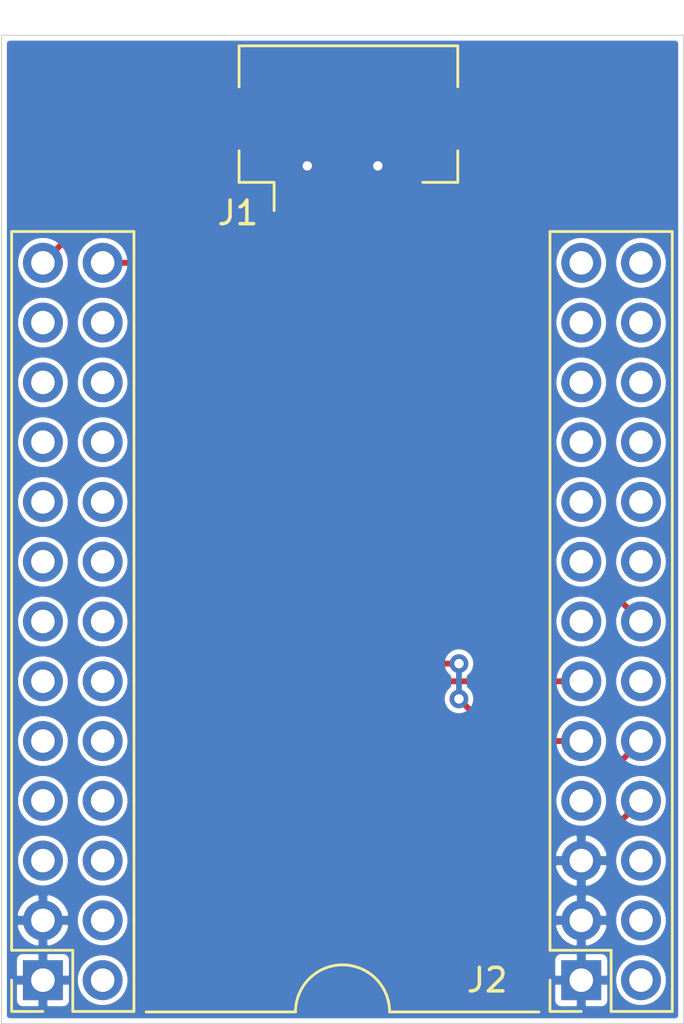
<source format=kicad_pcb>
(kicad_pcb (version 20171130) (host pcbnew "(5.1.9-0-10_14)")

  (general
    (thickness 1.6)
    (drawings 7)
    (tracks 34)
    (zones 0)
    (modules 2)
    (nets 52)
  )

  (page A4)
  (layers
    (0 F.Cu signal)
    (31 B.Cu signal)
    (32 B.Adhes user)
    (33 F.Adhes user)
    (34 B.Paste user)
    (35 F.Paste user)
    (36 B.SilkS user)
    (37 F.SilkS user)
    (38 B.Mask user)
    (39 F.Mask user)
    (40 Dwgs.User user)
    (41 Cmts.User user)
    (42 Eco1.User user)
    (43 Eco2.User user)
    (44 Edge.Cuts user)
    (45 Margin user)
    (46 B.CrtYd user)
    (47 F.CrtYd user)
    (48 B.Fab user)
    (49 F.Fab user)
  )

  (setup
    (last_trace_width 0.25)
    (trace_clearance 0.2)
    (zone_clearance 0.2032)
    (zone_45_only no)
    (trace_min 0.2)
    (via_size 0.8)
    (via_drill 0.4)
    (via_min_size 0.4)
    (via_min_drill 0.3)
    (uvia_size 0.3)
    (uvia_drill 0.1)
    (uvias_allowed no)
    (uvia_min_size 0.2)
    (uvia_min_drill 0.1)
    (edge_width 0.05)
    (segment_width 0.2)
    (pcb_text_width 0.3)
    (pcb_text_size 1.5 1.5)
    (mod_edge_width 0.12)
    (mod_text_size 1 1)
    (mod_text_width 0.15)
    (pad_size 1.524 1.524)
    (pad_drill 0.762)
    (pad_to_mask_clearance 0)
    (aux_axis_origin 0 0)
    (visible_elements FFFFFF7F)
    (pcbplotparams
      (layerselection 0x010fc_ffffffff)
      (usegerberextensions false)
      (usegerberattributes true)
      (usegerberadvancedattributes true)
      (creategerberjobfile true)
      (excludeedgelayer true)
      (linewidth 0.100000)
      (plotframeref false)
      (viasonmask false)
      (mode 1)
      (useauxorigin false)
      (hpglpennumber 1)
      (hpglpenspeed 20)
      (hpglpendiameter 15.000000)
      (psnegative false)
      (psa4output false)
      (plotreference true)
      (plotvalue true)
      (plotinvisibletext false)
      (padsonsilk false)
      (subtractmaskfromsilk false)
      (outputformat 1)
      (mirror false)
      (drillshape 1)
      (scaleselection 1)
      (outputdirectory ""))
  )

  (net 0 "")
  (net 1 /BD0)
  (net 2 /BD1)
  (net 3 GND)
  (net 4 /AD0)
  (net 5 /AD2)
  (net 6 /AD3)
  (net 7 /AD1)
  (net 8 /AD5)
  (net 9 /FE310.UART.TX)
  (net 10 /FE310.UART.RX)
  (net 11 "Net-(J1-Pad12)")
  (net 12 "Net-(J2-Pada23)")
  (net 13 "Net-(J2-Pada22)")
  (net 14 "Net-(J2-Pada13)")
  (net 15 "Net-(J2-Pada19)")
  (net 16 "Net-(J2-Pada18)")
  (net 17 "Net-(J2-Pada2)")
  (net 18 "Net-(J2-Pada20)")
  (net 19 "Net-(J2-Pada26)")
  (net 20 "Net-(J2-Pada7)")
  (net 21 "Net-(J2-Pada12)")
  (net 22 "Net-(J2-Pada15)")
  (net 23 "Net-(J2-Pada16)")
  (net 24 "Net-(J2-Pada6)")
  (net 25 "Net-(J2-Pada21)")
  (net 26 "Net-(J2-Pada17)")
  (net 27 "Net-(J2-Pada25)")
  (net 28 "Net-(J2-Pada24)")
  (net 29 "Net-(J2-Pada4)")
  (net 30 "Net-(J2-Padb6)")
  (net 31 "Net-(J2-Padb5)")
  (net 32 "Net-(J2-Padb4)")
  (net 33 "Net-(J2-Padb24)")
  (net 34 "Net-(J2-Padb23)")
  (net 35 "Net-(J2-Padb22)")
  (net 36 "Net-(J2-Padb21)")
  (net 37 "Net-(J2-Padb20)")
  (net 38 "Net-(J2-Padb19)")
  (net 39 "Net-(J2-Padb18)")
  (net 40 "Net-(J2-Padb17)")
  (net 41 "Net-(J2-Padb16)")
  (net 42 "Net-(J2-Padb15)")
  (net 43 "Net-(J2-Padb14)")
  (net 44 "Net-(J2-Padb13)")
  (net 45 "Net-(J2-Padb12)")
  (net 46 "Net-(J2-Padb11)")
  (net 47 "Net-(J2-Padb10)")
  (net 48 "Net-(J2-Padb9)")
  (net 49 "Net-(J2-Padb8)")
  (net 50 "Net-(J2-Padb7)")
  (net 51 "Net-(J2-Padb2)")

  (net_class Default "This is the default net class."
    (clearance 0.2)
    (trace_width 0.25)
    (via_dia 0.8)
    (via_drill 0.4)
    (uvia_dia 0.3)
    (uvia_drill 0.1)
    (add_net /AD0)
    (add_net /AD1)
    (add_net /AD2)
    (add_net /AD3)
    (add_net /AD5)
    (add_net /BD0)
    (add_net /BD1)
    (add_net /FE310.UART.RX)
    (add_net /FE310.UART.TX)
    (add_net GND)
    (add_net "Net-(J1-Pad12)")
    (add_net "Net-(J2-Pada12)")
    (add_net "Net-(J2-Pada13)")
    (add_net "Net-(J2-Pada15)")
    (add_net "Net-(J2-Pada16)")
    (add_net "Net-(J2-Pada17)")
    (add_net "Net-(J2-Pada18)")
    (add_net "Net-(J2-Pada19)")
    (add_net "Net-(J2-Pada2)")
    (add_net "Net-(J2-Pada20)")
    (add_net "Net-(J2-Pada21)")
    (add_net "Net-(J2-Pada22)")
    (add_net "Net-(J2-Pada23)")
    (add_net "Net-(J2-Pada24)")
    (add_net "Net-(J2-Pada25)")
    (add_net "Net-(J2-Pada26)")
    (add_net "Net-(J2-Pada4)")
    (add_net "Net-(J2-Pada6)")
    (add_net "Net-(J2-Pada7)")
    (add_net "Net-(J2-Padb10)")
    (add_net "Net-(J2-Padb11)")
    (add_net "Net-(J2-Padb12)")
    (add_net "Net-(J2-Padb13)")
    (add_net "Net-(J2-Padb14)")
    (add_net "Net-(J2-Padb15)")
    (add_net "Net-(J2-Padb16)")
    (add_net "Net-(J2-Padb17)")
    (add_net "Net-(J2-Padb18)")
    (add_net "Net-(J2-Padb19)")
    (add_net "Net-(J2-Padb2)")
    (add_net "Net-(J2-Padb20)")
    (add_net "Net-(J2-Padb21)")
    (add_net "Net-(J2-Padb22)")
    (add_net "Net-(J2-Padb23)")
    (add_net "Net-(J2-Padb24)")
    (add_net "Net-(J2-Padb4)")
    (add_net "Net-(J2-Padb5)")
    (add_net "Net-(J2-Padb6)")
    (add_net "Net-(J2-Padb7)")
    (add_net "Net-(J2-Padb8)")
    (add_net "Net-(J2-Padb9)")
  )

  (module Connector_FFC-FPC:Hirose_FH12-12S-0.5SH_1x12-1MP_P0.50mm_Horizontal (layer F.Cu) (tedit 633603EB) (tstamp 63367DA9)
    (at 125.6 77.5 180)
    (descr "Hirose FH12, FFC/FPC connector, FH12-12S-0.5SH, 12 Pins per row (https://www.hirose.com/product/en/products/FH12/FH12-24S-0.5SH(55)/), generated with kicad-footprint-generator")
    (tags "connector Hirose FH12 horizontal")
    (path /6339B3FE)
    (attr smd)
    (fp_text reference J1 (at 4.7 -2.6) (layer F.SilkS)
      (effects (font (size 1 1) (thickness 0.15)))
    )
    (fp_text value Phone (at 0 5.6) (layer F.Fab)
      (effects (font (size 1 1) (thickness 0.15)))
    )
    (fp_line (start 0 -1.2) (end 4.55 -1.2) (layer F.Fab) (width 0.1))
    (fp_line (start 4.55 -1.2) (end 4.55 3.4) (layer F.Fab) (width 0.1))
    (fp_line (start 4.55 3.4) (end 3.95 3.4) (layer F.Fab) (width 0.1))
    (fp_line (start 3.95 3.4) (end 3.95 3.7) (layer F.Fab) (width 0.1))
    (fp_line (start 3.95 3.7) (end 4.45 3.7) (layer F.Fab) (width 0.1))
    (fp_line (start 4.45 3.7) (end 4.45 4.4) (layer F.Fab) (width 0.1))
    (fp_line (start 4.45 4.4) (end 0 4.4) (layer F.Fab) (width 0.1))
    (fp_line (start 0 -1.2) (end -4.55 -1.2) (layer F.Fab) (width 0.1))
    (fp_line (start -4.55 -1.2) (end -4.55 3.4) (layer F.Fab) (width 0.1))
    (fp_line (start -4.55 3.4) (end -3.95 3.4) (layer F.Fab) (width 0.1))
    (fp_line (start -3.95 3.4) (end -3.95 3.7) (layer F.Fab) (width 0.1))
    (fp_line (start -3.95 3.7) (end -4.45 3.7) (layer F.Fab) (width 0.1))
    (fp_line (start -4.45 3.7) (end -4.45 4.4) (layer F.Fab) (width 0.1))
    (fp_line (start -4.45 4.4) (end 0 4.4) (layer F.Fab) (width 0.1))
    (fp_line (start 3.16 -1.3) (end 4.65 -1.3) (layer F.SilkS) (width 0.12))
    (fp_line (start 4.65 -1.3) (end 4.65 0.04) (layer F.SilkS) (width 0.12))
    (fp_line (start -3.16 -1.3) (end -4.65 -1.3) (layer F.SilkS) (width 0.12))
    (fp_line (start -4.65 -1.3) (end -4.65 0.04) (layer F.SilkS) (width 0.12))
    (fp_line (start 4.65 2.76) (end 4.65 4.5) (layer F.SilkS) (width 0.12))
    (fp_line (start 4.65 4.5) (end -4.65 4.5) (layer F.SilkS) (width 0.12))
    (fp_line (start -4.65 4.5) (end -4.65 2.76) (layer F.SilkS) (width 0.12))
    (fp_line (start 3.16 -1.3) (end 3.16 -2.5) (layer F.SilkS) (width 0.12))
    (fp_line (start 3.25 -1.2) (end 2.75 -0.492893) (layer F.Fab) (width 0.1))
    (fp_line (start 2.75 -0.492893) (end 2.25 -1.2) (layer F.Fab) (width 0.1))
    (fp_line (start 6.05 -3) (end 6.05 4.9) (layer F.CrtYd) (width 0.05))
    (fp_line (start 6.05 4.9) (end -6.05 4.9) (layer F.CrtYd) (width 0.05))
    (fp_line (start -6.05 4.9) (end -6.05 -3) (layer F.CrtYd) (width 0.05))
    (fp_line (start -6.05 -3) (end 6.05 -3) (layer F.CrtYd) (width 0.05))
    (fp_text user %R (at 0 3.7) (layer F.Fab)
      (effects (font (size 1 1) (thickness 0.15)))
    )
    (pad MP smd rect (at -4.65 1.4 180) (size 1.8 2.2) (layers F.Cu F.Paste F.Mask))
    (pad MP smd rect (at 4.65 1.4 180) (size 1.8 2.2) (layers F.Cu F.Paste F.Mask))
    (pad 1 smd rect (at 2.75 -1.85 180) (size 0.3 1.3) (layers F.Cu F.Paste F.Mask)
      (net 1 /BD0))
    (pad 2 smd rect (at 2.25 -1.85 180) (size 0.3 1.3) (layers F.Cu F.Paste F.Mask)
      (net 2 /BD1))
    (pad 3 smd rect (at 1.75 -1.85 180) (size 0.3 1.3) (layers F.Cu F.Paste F.Mask)
      (net 3 GND))
    (pad 4 smd rect (at 1.25 -1.85 180) (size 0.3 1.3) (layers F.Cu F.Paste F.Mask)
      (net 4 /AD0))
    (pad 5 smd rect (at 0.75 -1.85 180) (size 0.3 1.3) (layers F.Cu F.Paste F.Mask)
      (net 5 /AD2))
    (pad 6 smd rect (at 0.25 -1.85 180) (size 0.3 1.3) (layers F.Cu F.Paste F.Mask)
      (net 6 /AD3))
    (pad 7 smd rect (at -0.25 -1.85 180) (size 0.3 1.3) (layers F.Cu F.Paste F.Mask)
      (net 7 /AD1))
    (pad 8 smd rect (at -0.75 -1.85 180) (size 0.3 1.3) (layers F.Cu F.Paste F.Mask)
      (net 8 /AD5))
    (pad 9 smd rect (at -1.25 -1.85 180) (size 0.3 1.3) (layers F.Cu F.Paste F.Mask)
      (net 3 GND))
    (pad 10 smd rect (at -1.75 -1.85 180) (size 0.3 1.3) (layers F.Cu F.Paste F.Mask)
      (net 9 /FE310.UART.TX))
    (pad 11 smd rect (at -2.25 -1.85 180) (size 0.3 1.3) (layers F.Cu F.Paste F.Mask)
      (net 10 /FE310.UART.RX))
    (pad 12 smd rect (at -2.75 -1.85 180) (size 0.3 1.3) (layers F.Cu F.Paste F.Mask)
      (net 11 "Net-(J1-Pad12)"))
    (model ${KISYS3DMOD}/Connector_FFC-FPC.3dshapes/Hirose_FH12-12S-0.5SH_1x12-1MP_P0.50mm_Horizontal.wrl
      (at (xyz 0 0 0))
      (scale (xyz 1 1 1))
      (rotate (xyz 0 0 0))
    )
  )

  (module footprints:FTDI_FT2232H-56Q-MMDL (layer F.Cu) (tedit 6335F5EE) (tstamp 64E32091)
    (at 135.5 112.7 180)
    (path /6338AFA6)
    (fp_text reference J2 (at 4 0) (layer F.SilkS)
      (effects (font (size 1 1) (thickness 0.15)))
    )
    (fp_text value FT2232H (at 9.85 1.35) (layer F.Fab)
      (effects (font (size 1 1) (thickness 0.15)))
    )
    (fp_line (start 1.33 -1.33) (end 0 -1.33) (layer F.SilkS) (width 0.12))
    (fp_line (start -1.27 -1.33) (end -3.87 -1.33) (layer F.SilkS) (width 0.12))
    (fp_line (start 1.8 -1.8) (end 1.8 32.25) (layer F.CrtYd) (width 0.05))
    (fp_line (start 1.33 0) (end 1.33 -1.33) (layer F.SilkS) (width 0.12))
    (fp_line (start -4.35 -1.8) (end 1.8 -1.8) (layer F.CrtYd) (width 0.05))
    (fp_line (start -1.27 1.27) (end -1.27 -1.33) (layer F.SilkS) (width 0.12))
    (fp_line (start -4.35 32.25) (end -4.35 -1.8) (layer F.CrtYd) (width 0.05))
    (fp_line (start 1.8 32.25) (end -4.35 32.25) (layer F.CrtYd) (width 0.05))
    (fp_line (start 1.33 1.27) (end -1.27 1.27) (layer F.SilkS) (width 0.12))
    (fp_line (start -3.81 -1.27) (end -3.81 31.75) (layer F.Fab) (width 0.1))
    (fp_line (start -3.81 31.75) (end 1.27 31.75) (layer F.Fab) (width 0.1))
    (fp_line (start 0 -1.27) (end -3.81 -1.27) (layer F.Fab) (width 0.1))
    (fp_line (start -3.87 -1.33) (end -3.87 31.81) (layer F.SilkS) (width 0.12))
    (fp_line (start 1.27 31.75) (end 1.27 0) (layer F.Fab) (width 0.1))
    (fp_line (start 1.27 0) (end 0 -1.27) (layer F.Fab) (width 0.1))
    (fp_line (start 1.33 31.81) (end -3.87 31.81) (layer F.SilkS) (width 0.12))
    (fp_line (start 1.33 1.27) (end 1.33 31.81) (layer F.SilkS) (width 0.12))
    (fp_line (start 19.08 31.75) (end 24.16 31.75) (layer F.Fab) (width 0.1))
    (fp_line (start 19.08 -1.27) (end 19.08 31.75) (layer F.Fab) (width 0.1))
    (fp_line (start 22.89 -1.27) (end 19.08 -1.27) (layer F.Fab) (width 0.1))
    (fp_line (start 24.22 1.27) (end 21.62 1.27) (layer F.SilkS) (width 0.12))
    (fp_line (start 19.02 -1.33) (end 19.02 31.81) (layer F.SilkS) (width 0.12))
    (fp_line (start 24.22 1.27) (end 24.22 31.81) (layer F.SilkS) (width 0.12))
    (fp_line (start 24.22 31.81) (end 19.02 31.81) (layer F.SilkS) (width 0.12))
    (fp_line (start 24.16 0) (end 22.89 -1.27) (layer F.Fab) (width 0.1))
    (fp_line (start 24.16 31.75) (end 24.16 0) (layer F.Fab) (width 0.1))
    (fp_line (start 18.54 -1.8) (end 24.69 -1.8) (layer F.CrtYd) (width 0.05))
    (fp_line (start 18.54 32.25) (end 18.54 -1.8) (layer F.CrtYd) (width 0.05))
    (fp_line (start 24.69 32.25) (end 18.54 32.25) (layer F.CrtYd) (width 0.05))
    (fp_line (start 24.69 -1.8) (end 24.69 32.25) (layer F.CrtYd) (width 0.05))
    (fp_line (start 24.22 -1.33) (end 22.89 -1.33) (layer F.SilkS) (width 0.12))
    (fp_line (start 24.22 0) (end 24.22 -1.33) (layer F.SilkS) (width 0.12))
    (fp_line (start 21.62 -1.33) (end 19.02 -1.33) (layer F.SilkS) (width 0.12))
    (fp_line (start 21.62 1.27) (end 21.62 -1.33) (layer F.SilkS) (width 0.12))
    (pad a23 thru_hole oval (at 0 27.94 180) (size 1.7 1.7) (drill 1) (layers *.Cu *.Mask)
      (net 12 "Net-(J2-Pada23)"))
    (pad a22 thru_hole oval (at -2.54 25.4 180) (size 1.7 1.7) (drill 1) (layers *.Cu *.Mask)
      (net 13 "Net-(J2-Pada22)"))
    (pad a9 thru_hole oval (at 0 10.16 180) (size 1.7 1.7) (drill 1) (layers *.Cu *.Mask)
      (net 7 /AD1))
    (pad a13 thru_hole oval (at 0 15.24 180) (size 1.7 1.7) (drill 1) (layers *.Cu *.Mask)
      (net 14 "Net-(J2-Pada13)"))
    (pad a19 thru_hole oval (at 0 22.86 180) (size 1.7 1.7) (drill 1) (layers *.Cu *.Mask)
      (net 15 "Net-(J2-Pada19)"))
    (pad a18 thru_hole oval (at -2.54 20.32 180) (size 1.7 1.7) (drill 1) (layers *.Cu *.Mask)
      (net 16 "Net-(J2-Pada18)"))
    (pad a2 thru_hole oval (at -2.54 0 180) (size 1.7 1.7) (drill 1) (layers *.Cu *.Mask)
      (net 17 "Net-(J2-Pada2)"))
    (pad a20 thru_hole oval (at -2.54 22.86 180) (size 1.7 1.7) (drill 1) (layers *.Cu *.Mask)
      (net 18 "Net-(J2-Pada20)"))
    (pad a5 thru_hole oval (at 0 5.08 180) (size 1.7 1.7) (drill 1) (layers *.Cu *.Mask)
      (net 3 GND))
    (pad a26 thru_hole oval (at -2.54 30.48 180) (size 1.7 1.7) (drill 1) (layers *.Cu *.Mask)
      (net 19 "Net-(J2-Pada26)"))
    (pad a3 thru_hole oval (at 0 2.54 180) (size 1.7 1.7) (drill 1) (layers *.Cu *.Mask)
      (net 3 GND))
    (pad a1 thru_hole rect (at 0 0 180) (size 1.7 1.7) (drill 1) (layers *.Cu *.Mask)
      (net 3 GND))
    (pad a14 thru_hole oval (at -2.54 15.24 180) (size 1.7 1.7) (drill 1) (layers *.Cu *.Mask)
      (net 8 /AD5))
    (pad a7 thru_hole oval (at 0 7.62 180) (size 1.7 1.7) (drill 1) (layers *.Cu *.Mask)
      (net 20 "Net-(J2-Pada7)"))
    (pad a12 thru_hole oval (at -2.54 12.7 180) (size 1.7 1.7) (drill 1) (layers *.Cu *.Mask)
      (net 21 "Net-(J2-Pada12)"))
    (pad a15 thru_hole oval (at 0 17.78 180) (size 1.7 1.7) (drill 1) (layers *.Cu *.Mask)
      (net 22 "Net-(J2-Pada15)"))
    (pad a16 thru_hole oval (at -2.54 17.78 180) (size 1.7 1.7) (drill 1) (layers *.Cu *.Mask)
      (net 23 "Net-(J2-Pada16)"))
    (pad a6 thru_hole oval (at -2.54 5.08 180) (size 1.7 1.7) (drill 1) (layers *.Cu *.Mask)
      (net 24 "Net-(J2-Pada6)"))
    (pad a21 thru_hole oval (at 0 25.4 180) (size 1.7 1.7) (drill 1) (layers *.Cu *.Mask)
      (net 25 "Net-(J2-Pada21)"))
    (pad a17 thru_hole oval (at 0 20.32 180) (size 1.7 1.7) (drill 1) (layers *.Cu *.Mask)
      (net 26 "Net-(J2-Pada17)"))
    (pad a25 thru_hole oval (at 0 30.48 180) (size 1.7 1.7) (drill 1) (layers *.Cu *.Mask)
      (net 27 "Net-(J2-Pada25)"))
    (pad a24 thru_hole oval (at -2.54 27.94 180) (size 1.7 1.7) (drill 1) (layers *.Cu *.Mask)
      (net 28 "Net-(J2-Pada24)"))
    (pad a10 thru_hole oval (at -2.54 10.16 180) (size 1.7 1.7) (drill 1) (layers *.Cu *.Mask)
      (net 5 /AD2))
    (pad a8 thru_hole oval (at -2.54 7.62 180) (size 1.7 1.7) (drill 1) (layers *.Cu *.Mask)
      (net 4 /AD0))
    (pad a11 thru_hole oval (at 0 12.7 180) (size 1.7 1.7) (drill 1) (layers *.Cu *.Mask)
      (net 6 /AD3))
    (pad a4 thru_hole oval (at -2.54 2.54 180) (size 1.7 1.7) (drill 1) (layers *.Cu *.Mask)
      (net 29 "Net-(J2-Pada4)"))
    (pad b1 thru_hole rect (at 22.89 0 180) (size 1.7 1.7) (drill 1) (layers *.Cu *.Mask)
      (net 3 GND))
    (pad b6 thru_hole oval (at 20.35 5.08 180) (size 1.7 1.7) (drill 1) (layers *.Cu *.Mask)
      (net 30 "Net-(J2-Padb6)"))
    (pad b5 thru_hole oval (at 22.89 5.08 180) (size 1.7 1.7) (drill 1) (layers *.Cu *.Mask)
      (net 31 "Net-(J2-Padb5)"))
    (pad b4 thru_hole oval (at 20.35 2.54 180) (size 1.7 1.7) (drill 1) (layers *.Cu *.Mask)
      (net 32 "Net-(J2-Padb4)"))
    (pad b26 thru_hole oval (at 20.35 30.48 180) (size 1.7 1.7) (drill 1) (layers *.Cu *.Mask)
      (net 2 /BD1))
    (pad b25 thru_hole oval (at 22.89 30.48 180) (size 1.7 1.7) (drill 1) (layers *.Cu *.Mask)
      (net 1 /BD0))
    (pad b24 thru_hole oval (at 20.35 27.94 180) (size 1.7 1.7) (drill 1) (layers *.Cu *.Mask)
      (net 33 "Net-(J2-Padb24)"))
    (pad b23 thru_hole oval (at 22.89 27.94 180) (size 1.7 1.7) (drill 1) (layers *.Cu *.Mask)
      (net 34 "Net-(J2-Padb23)"))
    (pad b22 thru_hole oval (at 20.35 25.4 180) (size 1.7 1.7) (drill 1) (layers *.Cu *.Mask)
      (net 35 "Net-(J2-Padb22)"))
    (pad b21 thru_hole oval (at 22.89 25.4 180) (size 1.7 1.7) (drill 1) (layers *.Cu *.Mask)
      (net 36 "Net-(J2-Padb21)"))
    (pad b20 thru_hole oval (at 20.35 22.86 180) (size 1.7 1.7) (drill 1) (layers *.Cu *.Mask)
      (net 37 "Net-(J2-Padb20)"))
    (pad b19 thru_hole oval (at 22.89 22.86 180) (size 1.7 1.7) (drill 1) (layers *.Cu *.Mask)
      (net 38 "Net-(J2-Padb19)"))
    (pad b18 thru_hole oval (at 20.35 20.32 180) (size 1.7 1.7) (drill 1) (layers *.Cu *.Mask)
      (net 39 "Net-(J2-Padb18)"))
    (pad b17 thru_hole oval (at 22.89 20.32 180) (size 1.7 1.7) (drill 1) (layers *.Cu *.Mask)
      (net 40 "Net-(J2-Padb17)"))
    (pad b16 thru_hole oval (at 20.35 17.78 180) (size 1.7 1.7) (drill 1) (layers *.Cu *.Mask)
      (net 41 "Net-(J2-Padb16)"))
    (pad b15 thru_hole oval (at 22.89 17.78 180) (size 1.7 1.7) (drill 1) (layers *.Cu *.Mask)
      (net 42 "Net-(J2-Padb15)"))
    (pad b14 thru_hole oval (at 20.35 15.24 180) (size 1.7 1.7) (drill 1) (layers *.Cu *.Mask)
      (net 43 "Net-(J2-Padb14)"))
    (pad b13 thru_hole oval (at 22.89 15.24 180) (size 1.7 1.7) (drill 1) (layers *.Cu *.Mask)
      (net 44 "Net-(J2-Padb13)"))
    (pad b12 thru_hole oval (at 20.35 12.7 180) (size 1.7 1.7) (drill 1) (layers *.Cu *.Mask)
      (net 45 "Net-(J2-Padb12)"))
    (pad b11 thru_hole oval (at 22.89 12.7 180) (size 1.7 1.7) (drill 1) (layers *.Cu *.Mask)
      (net 46 "Net-(J2-Padb11)"))
    (pad b10 thru_hole oval (at 20.35 10.16 180) (size 1.7 1.7) (drill 1) (layers *.Cu *.Mask)
      (net 47 "Net-(J2-Padb10)"))
    (pad b9 thru_hole oval (at 22.89 10.16 180) (size 1.7 1.7) (drill 1) (layers *.Cu *.Mask)
      (net 48 "Net-(J2-Padb9)"))
    (pad b8 thru_hole oval (at 20.35 7.62 180) (size 1.7 1.7) (drill 1) (layers *.Cu *.Mask)
      (net 49 "Net-(J2-Padb8)"))
    (pad b7 thru_hole oval (at 22.89 7.62 180) (size 1.7 1.7) (drill 1) (layers *.Cu *.Mask)
      (net 50 "Net-(J2-Padb7)"))
    (pad b3 thru_hole oval (at 22.89 2.54 180) (size 1.7 1.7) (drill 1) (layers *.Cu *.Mask)
      (net 3 GND))
    (pad b2 thru_hole oval (at 20.35 0 180) (size 1.7 1.7) (drill 1) (layers *.Cu *.Mask)
      (net 51 "Net-(J2-Padb2)"))
  )

  (gr_line (start 123.35 114.05) (end 117 114.05) (layer F.SilkS) (width 0.12))
  (gr_line (start 127.35 114.05) (end 133.7 114.05) (layer F.SilkS) (width 0.12))
  (gr_arc (start 125.35 114.05) (end 127.35 114.05) (angle -180) (layer F.SilkS) (width 0.12))
  (gr_line (start 139.85 72.55) (end 110.85 72.55) (layer Edge.Cuts) (width 0.05) (tstamp 633694CC))
  (gr_line (start 139.85 114.55) (end 139.85 72.55) (layer Edge.Cuts) (width 0.05))
  (gr_line (start 110.85 114.55) (end 139.85 114.55) (layer Edge.Cuts) (width 0.05))
  (gr_line (start 110.85 72.55) (end 110.85 114.55) (layer Edge.Cuts) (width 0.05))

  (segment (start 122.85 79.35) (end 122.85 80.3) (width 0.25) (layer F.Cu) (net 1))
  (segment (start 122.85 80.3) (end 122.2 80.95) (width 0.25) (layer F.Cu) (net 1))
  (segment (start 113.88 80.95) (end 112.61 82.22) (width 0.25) (layer F.Cu) (net 1))
  (segment (start 122.2 80.95) (end 113.88 80.95) (width 0.25) (layer F.Cu) (net 1))
  (segment (start 115.15 82.22) (end 121.58 82.22) (width 0.25) (layer F.Cu) (net 2))
  (segment (start 123.35 80.45) (end 123.35 79.35) (width 0.25) (layer F.Cu) (net 2))
  (segment (start 121.58 82.22) (end 123.35 80.45) (width 0.25) (layer F.Cu) (net 2))
  (via (at 123.85 78.1) (size 0.8) (drill 0.4) (layers F.Cu B.Cu) (net 3))
  (segment (start 123.85 79.35) (end 123.85 78.1) (width 0.25) (layer F.Cu) (net 3))
  (via (at 126.85 78.1) (size 0.8) (drill 0.4) (layers F.Cu B.Cu) (net 3))
  (segment (start 126.85 79.35) (end 126.85 78.1) (width 0.25) (layer F.Cu) (net 3))
  (segment (start 136.77 106.35) (end 138.04 105.08) (width 0.25) (layer F.Cu) (net 4))
  (segment (start 136.77 106.35) (end 134.2 106.35) (width 0.25) (layer F.Cu) (net 4))
  (segment (start 124.35 96.5) (end 124.35 79.35) (width 0.25) (layer F.Cu) (net 4))
  (segment (start 134.2 106.35) (end 124.35 96.5) (width 0.25) (layer F.Cu) (net 4))
  (segment (start 124.85 79.35) (end 124.85 96.35) (width 0.25) (layer F.Cu) (net 5))
  (segment (start 124.85 96.35) (end 132.3 103.8) (width 0.25) (layer F.Cu) (net 5))
  (segment (start 136.78 103.8) (end 138.04 102.54) (width 0.25) (layer F.Cu) (net 5))
  (segment (start 132.3 103.8) (end 136.78 103.8) (width 0.25) (layer F.Cu) (net 5))
  (segment (start 125.35 79.35) (end 125.35 96.2) (width 0.25) (layer F.Cu) (net 6) (tstamp 63361948))
  (segment (start 129.15 100) (end 135.5 100) (width 0.25) (layer F.Cu) (net 6))
  (segment (start 125.35 96.2) (end 129.15 100) (width 0.25) (layer F.Cu) (net 6))
  (via (at 130.3 100.75) (size 0.8) (drill 0.4) (layers F.Cu B.Cu) (net 7))
  (segment (start 132.09 102.54) (end 130.3 100.75) (width 0.25) (layer F.Cu) (net 7))
  (segment (start 135.5 102.54) (end 132.09 102.54) (width 0.25) (layer F.Cu) (net 7))
  (segment (start 125.85 96.05) (end 125.85 79.35) (width 0.25) (layer F.Cu) (net 7))
  (via (at 130.3 99.25) (size 0.8) (drill 0.4) (layers F.Cu B.Cu) (net 7))
  (segment (start 129.05 99.25) (end 130.3 99.25) (width 0.25) (layer F.Cu) (net 7))
  (segment (start 125.85 96.05) (end 129.05 99.25) (width 0.25) (layer F.Cu) (net 7))
  (segment (start 130.3 99.25) (end 130.3 100.75) (width 0.25) (layer B.Cu) (net 7))
  (segment (start 138.04 97.46) (end 136.78 96.2) (width 0.25) (layer F.Cu) (net 8))
  (segment (start 136.78 96.2) (end 132 96.2) (width 0.25) (layer F.Cu) (net 8))
  (segment (start 126.35 90.55) (end 126.35 79.35) (width 0.25) (layer F.Cu) (net 8))
  (segment (start 132 96.2) (end 126.35 90.55) (width 0.25) (layer F.Cu) (net 8))

  (zone (net 3) (net_name GND) (layer B.Cu) (tstamp 64E320F7) (hatch edge 0.508)
    (connect_pads (clearance 0.2032))
    (min_thickness 0.254)
    (fill yes (arc_segments 32) (thermal_gap 0.254) (thermal_bridge_width 0.381))
    (polygon
      (pts
        (xy 139.85 114.55) (xy 110.85 114.55) (xy 110.85 72.55) (xy 139.85 72.55)
      )
    )
    (filled_polygon
      (pts
        (xy 139.4948 114.1948) (xy 111.2052 114.1948) (xy 111.2052 113.55) (xy 111.377157 113.55) (xy 111.384513 113.624689)
        (xy 111.406299 113.696508) (xy 111.441678 113.762696) (xy 111.489289 113.820711) (xy 111.547304 113.868322) (xy 111.613492 113.903701)
        (xy 111.685311 113.925487) (xy 111.76 113.932843) (xy 112.45125 113.931) (xy 112.5465 113.83575) (xy 112.5465 112.7635)
        (xy 112.6735 112.7635) (xy 112.6735 113.83575) (xy 112.76875 113.931) (xy 113.46 113.932843) (xy 113.534689 113.925487)
        (xy 113.606508 113.903701) (xy 113.672696 113.868322) (xy 113.730711 113.820711) (xy 113.778322 113.762696) (xy 113.813701 113.696508)
        (xy 113.835487 113.624689) (xy 113.842843 113.55) (xy 113.841 112.85875) (xy 113.74575 112.7635) (xy 112.6735 112.7635)
        (xy 112.5465 112.7635) (xy 111.47425 112.7635) (xy 111.379 112.85875) (xy 111.377157 113.55) (xy 111.2052 113.55)
        (xy 111.2052 111.85) (xy 111.377157 111.85) (xy 111.379 112.54125) (xy 111.47425 112.6365) (xy 112.5465 112.6365)
        (xy 112.5465 111.56425) (xy 112.6735 111.56425) (xy 112.6735 112.6365) (xy 113.74575 112.6365) (xy 113.79849 112.58376)
        (xy 113.9698 112.58376) (xy 113.9698 112.81624) (xy 114.015155 113.044252) (xy 114.104121 113.259034) (xy 114.233279 113.452333)
        (xy 114.397667 113.616721) (xy 114.590966 113.745879) (xy 114.805748 113.834845) (xy 115.03376 113.8802) (xy 115.26624 113.8802)
        (xy 115.494252 113.834845) (xy 115.709034 113.745879) (xy 115.902333 113.616721) (xy 115.969054 113.55) (xy 134.267157 113.55)
        (xy 134.274513 113.624689) (xy 134.296299 113.696508) (xy 134.331678 113.762696) (xy 134.379289 113.820711) (xy 134.437304 113.868322)
        (xy 134.503492 113.903701) (xy 134.575311 113.925487) (xy 134.65 113.932843) (xy 135.34125 113.931) (xy 135.4365 113.83575)
        (xy 135.4365 112.7635) (xy 135.5635 112.7635) (xy 135.5635 113.83575) (xy 135.65875 113.931) (xy 136.35 113.932843)
        (xy 136.424689 113.925487) (xy 136.496508 113.903701) (xy 136.562696 113.868322) (xy 136.620711 113.820711) (xy 136.668322 113.762696)
        (xy 136.703701 113.696508) (xy 136.725487 113.624689) (xy 136.732843 113.55) (xy 136.731 112.85875) (xy 136.63575 112.7635)
        (xy 135.5635 112.7635) (xy 135.4365 112.7635) (xy 134.36425 112.7635) (xy 134.269 112.85875) (xy 134.267157 113.55)
        (xy 115.969054 113.55) (xy 116.066721 113.452333) (xy 116.195879 113.259034) (xy 116.284845 113.044252) (xy 116.3302 112.81624)
        (xy 116.3302 112.58376) (xy 116.284845 112.355748) (xy 116.195879 112.140966) (xy 116.066721 111.947667) (xy 115.969054 111.85)
        (xy 134.267157 111.85) (xy 134.269 112.54125) (xy 134.36425 112.6365) (xy 135.4365 112.6365) (xy 135.4365 111.56425)
        (xy 135.5635 111.56425) (xy 135.5635 112.6365) (xy 136.63575 112.6365) (xy 136.68849 112.58376) (xy 136.8598 112.58376)
        (xy 136.8598 112.81624) (xy 136.905155 113.044252) (xy 136.994121 113.259034) (xy 137.123279 113.452333) (xy 137.287667 113.616721)
        (xy 137.480966 113.745879) (xy 137.695748 113.834845) (xy 137.92376 113.8802) (xy 138.15624 113.8802) (xy 138.384252 113.834845)
        (xy 138.599034 113.745879) (xy 138.792333 113.616721) (xy 138.956721 113.452333) (xy 139.085879 113.259034) (xy 139.174845 113.044252)
        (xy 139.2202 112.81624) (xy 139.2202 112.58376) (xy 139.174845 112.355748) (xy 139.085879 112.140966) (xy 138.956721 111.947667)
        (xy 138.792333 111.783279) (xy 138.599034 111.654121) (xy 138.384252 111.565155) (xy 138.15624 111.5198) (xy 137.92376 111.5198)
        (xy 137.695748 111.565155) (xy 137.480966 111.654121) (xy 137.287667 111.783279) (xy 137.123279 111.947667) (xy 136.994121 112.140966)
        (xy 136.905155 112.355748) (xy 136.8598 112.58376) (xy 136.68849 112.58376) (xy 136.731 112.54125) (xy 136.732843 111.85)
        (xy 136.725487 111.775311) (xy 136.703701 111.703492) (xy 136.668322 111.637304) (xy 136.620711 111.579289) (xy 136.562696 111.531678)
        (xy 136.496508 111.496299) (xy 136.424689 111.474513) (xy 136.35 111.467157) (xy 135.65875 111.469) (xy 135.5635 111.56425)
        (xy 135.4365 111.56425) (xy 135.34125 111.469) (xy 134.65 111.467157) (xy 134.575311 111.474513) (xy 134.503492 111.496299)
        (xy 134.437304 111.531678) (xy 134.379289 111.579289) (xy 134.331678 111.637304) (xy 134.296299 111.703492) (xy 134.274513 111.775311)
        (xy 134.267157 111.85) (xy 115.969054 111.85) (xy 115.902333 111.783279) (xy 115.709034 111.654121) (xy 115.494252 111.565155)
        (xy 115.26624 111.5198) (xy 115.03376 111.5198) (xy 114.805748 111.565155) (xy 114.590966 111.654121) (xy 114.397667 111.783279)
        (xy 114.233279 111.947667) (xy 114.104121 112.140966) (xy 114.015155 112.355748) (xy 113.9698 112.58376) (xy 113.79849 112.58376)
        (xy 113.841 112.54125) (xy 113.842843 111.85) (xy 113.835487 111.775311) (xy 113.813701 111.703492) (xy 113.778322 111.637304)
        (xy 113.730711 111.579289) (xy 113.672696 111.531678) (xy 113.606508 111.496299) (xy 113.534689 111.474513) (xy 113.46 111.467157)
        (xy 112.76875 111.469) (xy 112.6735 111.56425) (xy 112.5465 111.56425) (xy 112.45125 111.469) (xy 111.76 111.467157)
        (xy 111.685311 111.474513) (xy 111.613492 111.496299) (xy 111.547304 111.531678) (xy 111.489289 111.579289) (xy 111.441678 111.637304)
        (xy 111.406299 111.703492) (xy 111.384513 111.775311) (xy 111.377157 111.85) (xy 111.2052 111.85) (xy 111.2052 110.415033)
        (xy 111.405708 110.415033) (xy 111.466976 110.617018) (xy 111.578099 110.831229) (xy 111.728877 111.019645) (xy 111.913516 111.175026)
        (xy 112.124921 111.2914) (xy 112.354967 111.364295) (xy 112.5465 111.294114) (xy 112.5465 110.2235) (xy 112.6735 110.2235)
        (xy 112.6735 111.294114) (xy 112.865033 111.364295) (xy 113.095079 111.2914) (xy 113.306484 111.175026) (xy 113.491123 111.019645)
        (xy 113.641901 110.831229) (xy 113.753024 110.617018) (xy 113.814292 110.415033) (xy 113.743973 110.2235) (xy 112.6735 110.2235)
        (xy 112.5465 110.2235) (xy 111.476027 110.2235) (xy 111.405708 110.415033) (xy 111.2052 110.415033) (xy 111.2052 109.904967)
        (xy 111.405708 109.904967) (xy 111.476027 110.0965) (xy 112.5465 110.0965) (xy 112.5465 109.025886) (xy 112.6735 109.025886)
        (xy 112.6735 110.0965) (xy 113.743973 110.0965) (xy 113.763335 110.04376) (xy 113.9698 110.04376) (xy 113.9698 110.27624)
        (xy 114.015155 110.504252) (xy 114.104121 110.719034) (xy 114.233279 110.912333) (xy 114.397667 111.076721) (xy 114.590966 111.205879)
        (xy 114.805748 111.294845) (xy 115.03376 111.3402) (xy 115.26624 111.3402) (xy 115.494252 111.294845) (xy 115.709034 111.205879)
        (xy 115.902333 111.076721) (xy 116.066721 110.912333) (xy 116.195879 110.719034) (xy 116.284845 110.504252) (xy 116.302591 110.415033)
        (xy 134.295708 110.415033) (xy 134.356976 110.617018) (xy 134.468099 110.831229) (xy 134.618877 111.019645) (xy 134.803516 111.175026)
        (xy 135.014921 111.2914) (xy 135.244967 111.364295) (xy 135.4365 111.294114) (xy 135.4365 110.2235) (xy 135.5635 110.2235)
        (xy 135.5635 111.294114) (xy 135.755033 111.364295) (xy 135.985079 111.2914) (xy 136.196484 111.175026) (xy 136.381123 111.019645)
        (xy 136.531901 110.831229) (xy 136.643024 110.617018) (xy 136.704292 110.415033) (xy 136.633973 110.2235) (xy 135.5635 110.2235)
        (xy 135.4365 110.2235) (xy 134.366027 110.2235) (xy 134.295708 110.415033) (xy 116.302591 110.415033) (xy 116.3302 110.27624)
        (xy 116.3302 110.04376) (xy 116.302592 109.904967) (xy 134.295708 109.904967) (xy 134.366027 110.0965) (xy 135.4365 110.0965)
        (xy 135.4365 109.025886) (xy 135.5635 109.025886) (xy 135.5635 110.0965) (xy 136.633973 110.0965) (xy 136.653335 110.04376)
        (xy 136.8598 110.04376) (xy 136.8598 110.27624) (xy 136.905155 110.504252) (xy 136.994121 110.719034) (xy 137.123279 110.912333)
        (xy 137.287667 111.076721) (xy 137.480966 111.205879) (xy 137.695748 111.294845) (xy 137.92376 111.3402) (xy 138.15624 111.3402)
        (xy 138.384252 111.294845) (xy 138.599034 111.205879) (xy 138.792333 111.076721) (xy 138.956721 110.912333) (xy 139.085879 110.719034)
        (xy 139.174845 110.504252) (xy 139.2202 110.27624) (xy 139.2202 110.04376) (xy 139.174845 109.815748) (xy 139.085879 109.600966)
        (xy 138.956721 109.407667) (xy 138.792333 109.243279) (xy 138.599034 109.114121) (xy 138.384252 109.025155) (xy 138.15624 108.9798)
        (xy 137.92376 108.9798) (xy 137.695748 109.025155) (xy 137.480966 109.114121) (xy 137.287667 109.243279) (xy 137.123279 109.407667)
        (xy 136.994121 109.600966) (xy 136.905155 109.815748) (xy 136.8598 110.04376) (xy 136.653335 110.04376) (xy 136.704292 109.904967)
        (xy 136.643024 109.702982) (xy 136.531901 109.488771) (xy 136.381123 109.300355) (xy 136.196484 109.144974) (xy 135.985079 109.0286)
        (xy 135.755033 108.955705) (xy 135.5635 109.025886) (xy 135.4365 109.025886) (xy 135.244967 108.955705) (xy 135.014921 109.0286)
        (xy 134.803516 109.144974) (xy 134.618877 109.300355) (xy 134.468099 109.488771) (xy 134.356976 109.702982) (xy 134.295708 109.904967)
        (xy 116.302592 109.904967) (xy 116.284845 109.815748) (xy 116.195879 109.600966) (xy 116.066721 109.407667) (xy 115.902333 109.243279)
        (xy 115.709034 109.114121) (xy 115.494252 109.025155) (xy 115.26624 108.9798) (xy 115.03376 108.9798) (xy 114.805748 109.025155)
        (xy 114.590966 109.114121) (xy 114.397667 109.243279) (xy 114.233279 109.407667) (xy 114.104121 109.600966) (xy 114.015155 109.815748)
        (xy 113.9698 110.04376) (xy 113.763335 110.04376) (xy 113.814292 109.904967) (xy 113.753024 109.702982) (xy 113.641901 109.488771)
        (xy 113.491123 109.300355) (xy 113.306484 109.144974) (xy 113.095079 109.0286) (xy 112.865033 108.955705) (xy 112.6735 109.025886)
        (xy 112.5465 109.025886) (xy 112.354967 108.955705) (xy 112.124921 109.0286) (xy 111.913516 109.144974) (xy 111.728877 109.300355)
        (xy 111.578099 109.488771) (xy 111.466976 109.702982) (xy 111.405708 109.904967) (xy 111.2052 109.904967) (xy 111.2052 107.50376)
        (xy 111.4298 107.50376) (xy 111.4298 107.73624) (xy 111.475155 107.964252) (xy 111.564121 108.179034) (xy 111.693279 108.372333)
        (xy 111.857667 108.536721) (xy 112.050966 108.665879) (xy 112.265748 108.754845) (xy 112.49376 108.8002) (xy 112.72624 108.8002)
        (xy 112.954252 108.754845) (xy 113.169034 108.665879) (xy 113.362333 108.536721) (xy 113.526721 108.372333) (xy 113.655879 108.179034)
        (xy 113.744845 107.964252) (xy 113.7902 107.73624) (xy 113.7902 107.50376) (xy 113.9698 107.50376) (xy 113.9698 107.73624)
        (xy 114.015155 107.964252) (xy 114.104121 108.179034) (xy 114.233279 108.372333) (xy 114.397667 108.536721) (xy 114.590966 108.665879)
        (xy 114.805748 108.754845) (xy 115.03376 108.8002) (xy 115.26624 108.8002) (xy 115.494252 108.754845) (xy 115.709034 108.665879)
        (xy 115.902333 108.536721) (xy 116.066721 108.372333) (xy 116.195879 108.179034) (xy 116.284845 107.964252) (xy 116.302591 107.875033)
        (xy 134.295708 107.875033) (xy 134.356976 108.077018) (xy 134.468099 108.291229) (xy 134.618877 108.479645) (xy 134.803516 108.635026)
        (xy 135.014921 108.7514) (xy 135.244967 108.824295) (xy 135.4365 108.754114) (xy 135.4365 107.6835) (xy 135.5635 107.6835)
        (xy 135.5635 108.754114) (xy 135.755033 108.824295) (xy 135.985079 108.7514) (xy 136.196484 108.635026) (xy 136.381123 108.479645)
        (xy 136.531901 108.291229) (xy 136.643024 108.077018) (xy 136.704292 107.875033) (xy 136.633973 107.6835) (xy 135.5635 107.6835)
        (xy 135.4365 107.6835) (xy 134.366027 107.6835) (xy 134.295708 107.875033) (xy 116.302591 107.875033) (xy 116.3302 107.73624)
        (xy 116.3302 107.50376) (xy 116.302592 107.364967) (xy 134.295708 107.364967) (xy 134.366027 107.5565) (xy 135.4365 107.5565)
        (xy 135.4365 106.485886) (xy 135.5635 106.485886) (xy 135.5635 107.5565) (xy 136.633973 107.5565) (xy 136.653335 107.50376)
        (xy 136.8598 107.50376) (xy 136.8598 107.73624) (xy 136.905155 107.964252) (xy 136.994121 108.179034) (xy 137.123279 108.372333)
        (xy 137.287667 108.536721) (xy 137.480966 108.665879) (xy 137.695748 108.754845) (xy 137.92376 108.8002) (xy 138.15624 108.8002)
        (xy 138.384252 108.754845) (xy 138.599034 108.665879) (xy 138.792333 108.536721) (xy 138.956721 108.372333) (xy 139.085879 108.179034)
        (xy 139.174845 107.964252) (xy 139.2202 107.73624) (xy 139.2202 107.50376) (xy 139.174845 107.275748) (xy 139.085879 107.060966)
        (xy 138.956721 106.867667) (xy 138.792333 106.703279) (xy 138.599034 106.574121) (xy 138.384252 106.485155) (xy 138.15624 106.4398)
        (xy 137.92376 106.4398) (xy 137.695748 106.485155) (xy 137.480966 106.574121) (xy 137.287667 106.703279) (xy 137.123279 106.867667)
        (xy 136.994121 107.060966) (xy 136.905155 107.275748) (xy 136.8598 107.50376) (xy 136.653335 107.50376) (xy 136.704292 107.364967)
        (xy 136.643024 107.162982) (xy 136.531901 106.948771) (xy 136.381123 106.760355) (xy 136.196484 106.604974) (xy 135.985079 106.4886)
        (xy 135.755033 106.415705) (xy 135.5635 106.485886) (xy 135.4365 106.485886) (xy 135.244967 106.415705) (xy 135.014921 106.4886)
        (xy 134.803516 106.604974) (xy 134.618877 106.760355) (xy 134.468099 106.948771) (xy 134.356976 107.162982) (xy 134.295708 107.364967)
        (xy 116.302592 107.364967) (xy 116.284845 107.275748) (xy 116.195879 107.060966) (xy 116.066721 106.867667) (xy 115.902333 106.703279)
        (xy 115.709034 106.574121) (xy 115.494252 106.485155) (xy 115.26624 106.4398) (xy 115.03376 106.4398) (xy 114.805748 106.485155)
        (xy 114.590966 106.574121) (xy 114.397667 106.703279) (xy 114.233279 106.867667) (xy 114.104121 107.060966) (xy 114.015155 107.275748)
        (xy 113.9698 107.50376) (xy 113.7902 107.50376) (xy 113.744845 107.275748) (xy 113.655879 107.060966) (xy 113.526721 106.867667)
        (xy 113.362333 106.703279) (xy 113.169034 106.574121) (xy 112.954252 106.485155) (xy 112.72624 106.4398) (xy 112.49376 106.4398)
        (xy 112.265748 106.485155) (xy 112.050966 106.574121) (xy 111.857667 106.703279) (xy 111.693279 106.867667) (xy 111.564121 107.060966)
        (xy 111.475155 107.275748) (xy 111.4298 107.50376) (xy 111.2052 107.50376) (xy 111.2052 104.96376) (xy 111.4298 104.96376)
        (xy 111.4298 105.19624) (xy 111.475155 105.424252) (xy 111.564121 105.639034) (xy 111.693279 105.832333) (xy 111.857667 105.996721)
        (xy 112.050966 106.125879) (xy 112.265748 106.214845) (xy 112.49376 106.2602) (xy 112.72624 106.2602) (xy 112.954252 106.214845)
        (xy 113.169034 106.125879) (xy 113.362333 105.996721) (xy 113.526721 105.832333) (xy 113.655879 105.639034) (xy 113.744845 105.424252)
        (xy 113.7902 105.19624) (xy 113.7902 104.96376) (xy 113.9698 104.96376) (xy 113.9698 105.19624) (xy 114.015155 105.424252)
        (xy 114.104121 105.639034) (xy 114.233279 105.832333) (xy 114.397667 105.996721) (xy 114.590966 106.125879) (xy 114.805748 106.214845)
        (xy 115.03376 106.2602) (xy 115.26624 106.2602) (xy 115.494252 106.214845) (xy 115.709034 106.125879) (xy 115.902333 105.996721)
        (xy 116.066721 105.832333) (xy 116.195879 105.639034) (xy 116.284845 105.424252) (xy 116.3302 105.19624) (xy 116.3302 104.96376)
        (xy 134.3198 104.96376) (xy 134.3198 105.19624) (xy 134.365155 105.424252) (xy 134.454121 105.639034) (xy 134.583279 105.832333)
        (xy 134.747667 105.996721) (xy 134.940966 106.125879) (xy 135.155748 106.214845) (xy 135.38376 106.2602) (xy 135.61624 106.2602)
        (xy 135.844252 106.214845) (xy 136.059034 106.125879) (xy 136.252333 105.996721) (xy 136.416721 105.832333) (xy 136.545879 105.639034)
        (xy 136.634845 105.424252) (xy 136.6802 105.19624) (xy 136.6802 104.96376) (xy 136.8598 104.96376) (xy 136.8598 105.19624)
        (xy 136.905155 105.424252) (xy 136.994121 105.639034) (xy 137.123279 105.832333) (xy 137.287667 105.996721) (xy 137.480966 106.125879)
        (xy 137.695748 106.214845) (xy 137.92376 106.2602) (xy 138.15624 106.2602) (xy 138.384252 106.214845) (xy 138.599034 106.125879)
        (xy 138.792333 105.996721) (xy 138.956721 105.832333) (xy 139.085879 105.639034) (xy 139.174845 105.424252) (xy 139.2202 105.19624)
        (xy 139.2202 104.96376) (xy 139.174845 104.735748) (xy 139.085879 104.520966) (xy 138.956721 104.327667) (xy 138.792333 104.163279)
        (xy 138.599034 104.034121) (xy 138.384252 103.945155) (xy 138.15624 103.8998) (xy 137.92376 103.8998) (xy 137.695748 103.945155)
        (xy 137.480966 104.034121) (xy 137.287667 104.163279) (xy 137.123279 104.327667) (xy 136.994121 104.520966) (xy 136.905155 104.735748)
        (xy 136.8598 104.96376) (xy 136.6802 104.96376) (xy 136.634845 104.735748) (xy 136.545879 104.520966) (xy 136.416721 104.327667)
        (xy 136.252333 104.163279) (xy 136.059034 104.034121) (xy 135.844252 103.945155) (xy 135.61624 103.8998) (xy 135.38376 103.8998)
        (xy 135.155748 103.945155) (xy 134.940966 104.034121) (xy 134.747667 104.163279) (xy 134.583279 104.327667) (xy 134.454121 104.520966)
        (xy 134.365155 104.735748) (xy 134.3198 104.96376) (xy 116.3302 104.96376) (xy 116.284845 104.735748) (xy 116.195879 104.520966)
        (xy 116.066721 104.327667) (xy 115.902333 104.163279) (xy 115.709034 104.034121) (xy 115.494252 103.945155) (xy 115.26624 103.8998)
        (xy 115.03376 103.8998) (xy 114.805748 103.945155) (xy 114.590966 104.034121) (xy 114.397667 104.163279) (xy 114.233279 104.327667)
        (xy 114.104121 104.520966) (xy 114.015155 104.735748) (xy 113.9698 104.96376) (xy 113.7902 104.96376) (xy 113.744845 104.735748)
        (xy 113.655879 104.520966) (xy 113.526721 104.327667) (xy 113.362333 104.163279) (xy 113.169034 104.034121) (xy 112.954252 103.945155)
        (xy 112.72624 103.8998) (xy 112.49376 103.8998) (xy 112.265748 103.945155) (xy 112.050966 104.034121) (xy 111.857667 104.163279)
        (xy 111.693279 104.327667) (xy 111.564121 104.520966) (xy 111.475155 104.735748) (xy 111.4298 104.96376) (xy 111.2052 104.96376)
        (xy 111.2052 102.42376) (xy 111.4298 102.42376) (xy 111.4298 102.65624) (xy 111.475155 102.884252) (xy 111.564121 103.099034)
        (xy 111.693279 103.292333) (xy 111.857667 103.456721) (xy 112.050966 103.585879) (xy 112.265748 103.674845) (xy 112.49376 103.7202)
        (xy 112.72624 103.7202) (xy 112.954252 103.674845) (xy 113.169034 103.585879) (xy 113.362333 103.456721) (xy 113.526721 103.292333)
        (xy 113.655879 103.099034) (xy 113.744845 102.884252) (xy 113.7902 102.65624) (xy 113.7902 102.42376) (xy 113.9698 102.42376)
        (xy 113.9698 102.65624) (xy 114.015155 102.884252) (xy 114.104121 103.099034) (xy 114.233279 103.292333) (xy 114.397667 103.456721)
        (xy 114.590966 103.585879) (xy 114.805748 103.674845) (xy 115.03376 103.7202) (xy 115.26624 103.7202) (xy 115.494252 103.674845)
        (xy 115.709034 103.585879) (xy 115.902333 103.456721) (xy 116.066721 103.292333) (xy 116.195879 103.099034) (xy 116.284845 102.884252)
        (xy 116.3302 102.65624) (xy 116.3302 102.42376) (xy 134.3198 102.42376) (xy 134.3198 102.65624) (xy 134.365155 102.884252)
        (xy 134.454121 103.099034) (xy 134.583279 103.292333) (xy 134.747667 103.456721) (xy 134.940966 103.585879) (xy 135.155748 103.674845)
        (xy 135.38376 103.7202) (xy 135.61624 103.7202) (xy 135.844252 103.674845) (xy 136.059034 103.585879) (xy 136.252333 103.456721)
        (xy 136.416721 103.292333) (xy 136.545879 103.099034) (xy 136.634845 102.884252) (xy 136.6802 102.65624) (xy 136.6802 102.42376)
        (xy 136.8598 102.42376) (xy 136.8598 102.65624) (xy 136.905155 102.884252) (xy 136.994121 103.099034) (xy 137.123279 103.292333)
        (xy 137.287667 103.456721) (xy 137.480966 103.585879) (xy 137.695748 103.674845) (xy 137.92376 103.7202) (xy 138.15624 103.7202)
        (xy 138.384252 103.674845) (xy 138.599034 103.585879) (xy 138.792333 103.456721) (xy 138.956721 103.292333) (xy 139.085879 103.099034)
        (xy 139.174845 102.884252) (xy 139.2202 102.65624) (xy 139.2202 102.42376) (xy 139.174845 102.195748) (xy 139.085879 101.980966)
        (xy 138.956721 101.787667) (xy 138.792333 101.623279) (xy 138.599034 101.494121) (xy 138.384252 101.405155) (xy 138.15624 101.3598)
        (xy 137.92376 101.3598) (xy 137.695748 101.405155) (xy 137.480966 101.494121) (xy 137.287667 101.623279) (xy 137.123279 101.787667)
        (xy 136.994121 101.980966) (xy 136.905155 102.195748) (xy 136.8598 102.42376) (xy 136.6802 102.42376) (xy 136.634845 102.195748)
        (xy 136.545879 101.980966) (xy 136.416721 101.787667) (xy 136.252333 101.623279) (xy 136.059034 101.494121) (xy 135.844252 101.405155)
        (xy 135.61624 101.3598) (xy 135.38376 101.3598) (xy 135.155748 101.405155) (xy 134.940966 101.494121) (xy 134.747667 101.623279)
        (xy 134.583279 101.787667) (xy 134.454121 101.980966) (xy 134.365155 102.195748) (xy 134.3198 102.42376) (xy 116.3302 102.42376)
        (xy 116.284845 102.195748) (xy 116.195879 101.980966) (xy 116.066721 101.787667) (xy 115.902333 101.623279) (xy 115.709034 101.494121)
        (xy 115.494252 101.405155) (xy 115.26624 101.3598) (xy 115.03376 101.3598) (xy 114.805748 101.405155) (xy 114.590966 101.494121)
        (xy 114.397667 101.623279) (xy 114.233279 101.787667) (xy 114.104121 101.980966) (xy 114.015155 102.195748) (xy 113.9698 102.42376)
        (xy 113.7902 102.42376) (xy 113.744845 102.195748) (xy 113.655879 101.980966) (xy 113.526721 101.787667) (xy 113.362333 101.623279)
        (xy 113.169034 101.494121) (xy 112.954252 101.405155) (xy 112.72624 101.3598) (xy 112.49376 101.3598) (xy 112.265748 101.405155)
        (xy 112.050966 101.494121) (xy 111.857667 101.623279) (xy 111.693279 101.787667) (xy 111.564121 101.980966) (xy 111.475155 102.195748)
        (xy 111.4298 102.42376) (xy 111.2052 102.42376) (xy 111.2052 99.88376) (xy 111.4298 99.88376) (xy 111.4298 100.11624)
        (xy 111.475155 100.344252) (xy 111.564121 100.559034) (xy 111.693279 100.752333) (xy 111.857667 100.916721) (xy 112.050966 101.045879)
        (xy 112.265748 101.134845) (xy 112.49376 101.1802) (xy 112.72624 101.1802) (xy 112.954252 101.134845) (xy 113.169034 101.045879)
        (xy 113.362333 100.916721) (xy 113.526721 100.752333) (xy 113.655879 100.559034) (xy 113.744845 100.344252) (xy 113.7902 100.11624)
        (xy 113.7902 99.88376) (xy 113.9698 99.88376) (xy 113.9698 100.11624) (xy 114.015155 100.344252) (xy 114.104121 100.559034)
        (xy 114.233279 100.752333) (xy 114.397667 100.916721) (xy 114.590966 101.045879) (xy 114.805748 101.134845) (xy 115.03376 101.1802)
        (xy 115.26624 101.1802) (xy 115.494252 101.134845) (xy 115.709034 101.045879) (xy 115.902333 100.916721) (xy 116.066721 100.752333)
        (xy 116.195879 100.559034) (xy 116.284845 100.344252) (xy 116.3302 100.11624) (xy 116.3302 99.88376) (xy 116.284845 99.655748)
        (xy 116.195879 99.440966) (xy 116.066721 99.247667) (xy 115.997136 99.178082) (xy 129.5698 99.178082) (xy 129.5698 99.321918)
        (xy 129.597861 99.462991) (xy 129.652905 99.595879) (xy 129.732817 99.715475) (xy 129.834525 99.817183) (xy 129.8448 99.824049)
        (xy 129.844801 100.175951) (xy 129.834525 100.182817) (xy 129.732817 100.284525) (xy 129.652905 100.404121) (xy 129.597861 100.537009)
        (xy 129.5698 100.678082) (xy 129.5698 100.821918) (xy 129.597861 100.962991) (xy 129.652905 101.095879) (xy 129.732817 101.215475)
        (xy 129.834525 101.317183) (xy 129.954121 101.397095) (xy 130.087009 101.452139) (xy 130.228082 101.4802) (xy 130.371918 101.4802)
        (xy 130.512991 101.452139) (xy 130.645879 101.397095) (xy 130.765475 101.317183) (xy 130.867183 101.215475) (xy 130.947095 101.095879)
        (xy 131.002139 100.962991) (xy 131.0302 100.821918) (xy 131.0302 100.678082) (xy 131.002139 100.537009) (xy 130.947095 100.404121)
        (xy 130.867183 100.284525) (xy 130.765475 100.182817) (xy 130.7552 100.175951) (xy 130.7552 99.88376) (xy 134.3198 99.88376)
        (xy 134.3198 100.11624) (xy 134.365155 100.344252) (xy 134.454121 100.559034) (xy 134.583279 100.752333) (xy 134.747667 100.916721)
        (xy 134.940966 101.045879) (xy 135.155748 101.134845) (xy 135.38376 101.1802) (xy 135.61624 101.1802) (xy 135.844252 101.134845)
        (xy 136.059034 101.045879) (xy 136.252333 100.916721) (xy 136.416721 100.752333) (xy 136.545879 100.559034) (xy 136.634845 100.344252)
        (xy 136.6802 100.11624) (xy 136.6802 99.88376) (xy 136.8598 99.88376) (xy 136.8598 100.11624) (xy 136.905155 100.344252)
        (xy 136.994121 100.559034) (xy 137.123279 100.752333) (xy 137.287667 100.916721) (xy 137.480966 101.045879) (xy 137.695748 101.134845)
        (xy 137.92376 101.1802) (xy 138.15624 101.1802) (xy 138.384252 101.134845) (xy 138.599034 101.045879) (xy 138.792333 100.916721)
        (xy 138.956721 100.752333) (xy 139.085879 100.559034) (xy 139.174845 100.344252) (xy 139.2202 100.11624) (xy 139.2202 99.88376)
        (xy 139.174845 99.655748) (xy 139.085879 99.440966) (xy 138.956721 99.247667) (xy 138.792333 99.083279) (xy 138.599034 98.954121)
        (xy 138.384252 98.865155) (xy 138.15624 98.8198) (xy 137.92376 98.8198) (xy 137.695748 98.865155) (xy 137.480966 98.954121)
        (xy 137.287667 99.083279) (xy 137.123279 99.247667) (xy 136.994121 99.440966) (xy 136.905155 99.655748) (xy 136.8598 99.88376)
        (xy 136.6802 99.88376) (xy 136.634845 99.655748) (xy 136.545879 99.440966) (xy 136.416721 99.247667) (xy 136.252333 99.083279)
        (xy 136.059034 98.954121) (xy 135.844252 98.865155) (xy 135.61624 98.8198) (xy 135.38376 98.8198) (xy 135.155748 98.865155)
        (xy 134.940966 98.954121) (xy 134.747667 99.083279) (xy 134.583279 99.247667) (xy 134.454121 99.440966) (xy 134.365155 99.655748)
        (xy 134.3198 99.88376) (xy 130.7552 99.88376) (xy 130.7552 99.824049) (xy 130.765475 99.817183) (xy 130.867183 99.715475)
        (xy 130.947095 99.595879) (xy 131.002139 99.462991) (xy 131.0302 99.321918) (xy 131.0302 99.178082) (xy 131.002139 99.037009)
        (xy 130.947095 98.904121) (xy 130.867183 98.784525) (xy 130.765475 98.682817) (xy 130.645879 98.602905) (xy 130.512991 98.547861)
        (xy 130.371918 98.5198) (xy 130.228082 98.5198) (xy 130.087009 98.547861) (xy 129.954121 98.602905) (xy 129.834525 98.682817)
        (xy 129.732817 98.784525) (xy 129.652905 98.904121) (xy 129.597861 99.037009) (xy 129.5698 99.178082) (xy 115.997136 99.178082)
        (xy 115.902333 99.083279) (xy 115.709034 98.954121) (xy 115.494252 98.865155) (xy 115.26624 98.8198) (xy 115.03376 98.8198)
        (xy 114.805748 98.865155) (xy 114.590966 98.954121) (xy 114.397667 99.083279) (xy 114.233279 99.247667) (xy 114.104121 99.440966)
        (xy 114.015155 99.655748) (xy 113.9698 99.88376) (xy 113.7902 99.88376) (xy 113.744845 99.655748) (xy 113.655879 99.440966)
        (xy 113.526721 99.247667) (xy 113.362333 99.083279) (xy 113.169034 98.954121) (xy 112.954252 98.865155) (xy 112.72624 98.8198)
        (xy 112.49376 98.8198) (xy 112.265748 98.865155) (xy 112.050966 98.954121) (xy 111.857667 99.083279) (xy 111.693279 99.247667)
        (xy 111.564121 99.440966) (xy 111.475155 99.655748) (xy 111.4298 99.88376) (xy 111.2052 99.88376) (xy 111.2052 97.34376)
        (xy 111.4298 97.34376) (xy 111.4298 97.57624) (xy 111.475155 97.804252) (xy 111.564121 98.019034) (xy 111.693279 98.212333)
        (xy 111.857667 98.376721) (xy 112.050966 98.505879) (xy 112.265748 98.594845) (xy 112.49376 98.6402) (xy 112.72624 98.6402)
        (xy 112.954252 98.594845) (xy 113.169034 98.505879) (xy 113.362333 98.376721) (xy 113.526721 98.212333) (xy 113.655879 98.019034)
        (xy 113.744845 97.804252) (xy 113.7902 97.57624) (xy 113.7902 97.34376) (xy 113.9698 97.34376) (xy 113.9698 97.57624)
        (xy 114.015155 97.804252) (xy 114.104121 98.019034) (xy 114.233279 98.212333) (xy 114.397667 98.376721) (xy 114.590966 98.505879)
        (xy 114.805748 98.594845) (xy 115.03376 98.6402) (xy 115.26624 98.6402) (xy 115.494252 98.594845) (xy 115.709034 98.505879)
        (xy 115.902333 98.376721) (xy 116.066721 98.212333) (xy 116.195879 98.019034) (xy 116.284845 97.804252) (xy 116.3302 97.57624)
        (xy 116.3302 97.34376) (xy 134.3198 97.34376) (xy 134.3198 97.57624) (xy 134.365155 97.804252) (xy 134.454121 98.019034)
        (xy 134.583279 98.212333) (xy 134.747667 98.376721) (xy 134.940966 98.505879) (xy 135.155748 98.594845) (xy 135.38376 98.6402)
        (xy 135.61624 98.6402) (xy 135.844252 98.594845) (xy 136.059034 98.505879) (xy 136.252333 98.376721) (xy 136.416721 98.212333)
        (xy 136.545879 98.019034) (xy 136.634845 97.804252) (xy 136.6802 97.57624) (xy 136.6802 97.34376) (xy 136.8598 97.34376)
        (xy 136.8598 97.57624) (xy 136.905155 97.804252) (xy 136.994121 98.019034) (xy 137.123279 98.212333) (xy 137.287667 98.376721)
        (xy 137.480966 98.505879) (xy 137.695748 98.594845) (xy 137.92376 98.6402) (xy 138.15624 98.6402) (xy 138.384252 98.594845)
        (xy 138.599034 98.505879) (xy 138.792333 98.376721) (xy 138.956721 98.212333) (xy 139.085879 98.019034) (xy 139.174845 97.804252)
        (xy 139.2202 97.57624) (xy 139.2202 97.34376) (xy 139.174845 97.115748) (xy 139.085879 96.900966) (xy 138.956721 96.707667)
        (xy 138.792333 96.543279) (xy 138.599034 96.414121) (xy 138.384252 96.325155) (xy 138.15624 96.2798) (xy 137.92376 96.2798)
        (xy 137.695748 96.325155) (xy 137.480966 96.414121) (xy 137.287667 96.543279) (xy 137.123279 96.707667) (xy 136.994121 96.900966)
        (xy 136.905155 97.115748) (xy 136.8598 97.34376) (xy 136.6802 97.34376) (xy 136.634845 97.115748) (xy 136.545879 96.900966)
        (xy 136.416721 96.707667) (xy 136.252333 96.543279) (xy 136.059034 96.414121) (xy 135.844252 96.325155) (xy 135.61624 96.2798)
        (xy 135.38376 96.2798) (xy 135.155748 96.325155) (xy 134.940966 96.414121) (xy 134.747667 96.543279) (xy 134.583279 96.707667)
        (xy 134.454121 96.900966) (xy 134.365155 97.115748) (xy 134.3198 97.34376) (xy 116.3302 97.34376) (xy 116.284845 97.115748)
        (xy 116.195879 96.900966) (xy 116.066721 96.707667) (xy 115.902333 96.543279) (xy 115.709034 96.414121) (xy 115.494252 96.325155)
        (xy 115.26624 96.2798) (xy 115.03376 96.2798) (xy 114.805748 96.325155) (xy 114.590966 96.414121) (xy 114.397667 96.543279)
        (xy 114.233279 96.707667) (xy 114.104121 96.900966) (xy 114.015155 97.115748) (xy 113.9698 97.34376) (xy 113.7902 97.34376)
        (xy 113.744845 97.115748) (xy 113.655879 96.900966) (xy 113.526721 96.707667) (xy 113.362333 96.543279) (xy 113.169034 96.414121)
        (xy 112.954252 96.325155) (xy 112.72624 96.2798) (xy 112.49376 96.2798) (xy 112.265748 96.325155) (xy 112.050966 96.414121)
        (xy 111.857667 96.543279) (xy 111.693279 96.707667) (xy 111.564121 96.900966) (xy 111.475155 97.115748) (xy 111.4298 97.34376)
        (xy 111.2052 97.34376) (xy 111.2052 94.80376) (xy 111.4298 94.80376) (xy 111.4298 95.03624) (xy 111.475155 95.264252)
        (xy 111.564121 95.479034) (xy 111.693279 95.672333) (xy 111.857667 95.836721) (xy 112.050966 95.965879) (xy 112.265748 96.054845)
        (xy 112.49376 96.1002) (xy 112.72624 96.1002) (xy 112.954252 96.054845) (xy 113.169034 95.965879) (xy 113.362333 95.836721)
        (xy 113.526721 95.672333) (xy 113.655879 95.479034) (xy 113.744845 95.264252) (xy 113.7902 95.03624) (xy 113.7902 94.80376)
        (xy 113.9698 94.80376) (xy 113.9698 95.03624) (xy 114.015155 95.264252) (xy 114.104121 95.479034) (xy 114.233279 95.672333)
        (xy 114.397667 95.836721) (xy 114.590966 95.965879) (xy 114.805748 96.054845) (xy 115.03376 96.1002) (xy 115.26624 96.1002)
        (xy 115.494252 96.054845) (xy 115.709034 95.965879) (xy 115.902333 95.836721) (xy 116.066721 95.672333) (xy 116.195879 95.479034)
        (xy 116.284845 95.264252) (xy 116.3302 95.03624) (xy 116.3302 94.80376) (xy 134.3198 94.80376) (xy 134.3198 95.03624)
        (xy 134.365155 95.264252) (xy 134.454121 95.479034) (xy 134.583279 95.672333) (xy 134.747667 95.836721) (xy 134.940966 95.965879)
        (xy 135.155748 96.054845) (xy 135.38376 96.1002) (xy 135.61624 96.1002) (xy 135.844252 96.054845) (xy 136.059034 95.965879)
        (xy 136.252333 95.836721) (xy 136.416721 95.672333) (xy 136.545879 95.479034) (xy 136.634845 95.264252) (xy 136.6802 95.03624)
        (xy 136.6802 94.80376) (xy 136.8598 94.80376) (xy 136.8598 95.03624) (xy 136.905155 95.264252) (xy 136.994121 95.479034)
        (xy 137.123279 95.672333) (xy 137.287667 95.836721) (xy 137.480966 95.965879) (xy 137.695748 96.054845) (xy 137.92376 96.1002)
        (xy 138.15624 96.1002) (xy 138.384252 96.054845) (xy 138.599034 95.965879) (xy 138.792333 95.836721) (xy 138.956721 95.672333)
        (xy 139.085879 95.479034) (xy 139.174845 95.264252) (xy 139.2202 95.03624) (xy 139.2202 94.80376) (xy 139.174845 94.575748)
        (xy 139.085879 94.360966) (xy 138.956721 94.167667) (xy 138.792333 94.003279) (xy 138.599034 93.874121) (xy 138.384252 93.785155)
        (xy 138.15624 93.7398) (xy 137.92376 93.7398) (xy 137.695748 93.785155) (xy 137.480966 93.874121) (xy 137.287667 94.003279)
        (xy 137.123279 94.167667) (xy 136.994121 94.360966) (xy 136.905155 94.575748) (xy 136.8598 94.80376) (xy 136.6802 94.80376)
        (xy 136.634845 94.575748) (xy 136.545879 94.360966) (xy 136.416721 94.167667) (xy 136.252333 94.003279) (xy 136.059034 93.874121)
        (xy 135.844252 93.785155) (xy 135.61624 93.7398) (xy 135.38376 93.7398) (xy 135.155748 93.785155) (xy 134.940966 93.874121)
        (xy 134.747667 94.003279) (xy 134.583279 94.167667) (xy 134.454121 94.360966) (xy 134.365155 94.575748) (xy 134.3198 94.80376)
        (xy 116.3302 94.80376) (xy 116.284845 94.575748) (xy 116.195879 94.360966) (xy 116.066721 94.167667) (xy 115.902333 94.003279)
        (xy 115.709034 93.874121) (xy 115.494252 93.785155) (xy 115.26624 93.7398) (xy 115.03376 93.7398) (xy 114.805748 93.785155)
        (xy 114.590966 93.874121) (xy 114.397667 94.003279) (xy 114.233279 94.167667) (xy 114.104121 94.360966) (xy 114.015155 94.575748)
        (xy 113.9698 94.80376) (xy 113.7902 94.80376) (xy 113.744845 94.575748) (xy 113.655879 94.360966) (xy 113.526721 94.167667)
        (xy 113.362333 94.003279) (xy 113.169034 93.874121) (xy 112.954252 93.785155) (xy 112.72624 93.7398) (xy 112.49376 93.7398)
        (xy 112.265748 93.785155) (xy 112.050966 93.874121) (xy 111.857667 94.003279) (xy 111.693279 94.167667) (xy 111.564121 94.360966)
        (xy 111.475155 94.575748) (xy 111.4298 94.80376) (xy 111.2052 94.80376) (xy 111.2052 92.26376) (xy 111.4298 92.26376)
        (xy 111.4298 92.49624) (xy 111.475155 92.724252) (xy 111.564121 92.939034) (xy 111.693279 93.132333) (xy 111.857667 93.296721)
        (xy 112.050966 93.425879) (xy 112.265748 93.514845) (xy 112.49376 93.5602) (xy 112.72624 93.5602) (xy 112.954252 93.514845)
        (xy 113.169034 93.425879) (xy 113.362333 93.296721) (xy 113.526721 93.132333) (xy 113.655879 92.939034) (xy 113.744845 92.724252)
        (xy 113.7902 92.49624) (xy 113.7902 92.26376) (xy 113.9698 92.26376) (xy 113.9698 92.49624) (xy 114.015155 92.724252)
        (xy 114.104121 92.939034) (xy 114.233279 93.132333) (xy 114.397667 93.296721) (xy 114.590966 93.425879) (xy 114.805748 93.514845)
        (xy 115.03376 93.5602) (xy 115.26624 93.5602) (xy 115.494252 93.514845) (xy 115.709034 93.425879) (xy 115.902333 93.296721)
        (xy 116.066721 93.132333) (xy 116.195879 92.939034) (xy 116.284845 92.724252) (xy 116.3302 92.49624) (xy 116.3302 92.26376)
        (xy 134.3198 92.26376) (xy 134.3198 92.49624) (xy 134.365155 92.724252) (xy 134.454121 92.939034) (xy 134.583279 93.132333)
        (xy 134.747667 93.296721) (xy 134.940966 93.425879) (xy 135.155748 93.514845) (xy 135.38376 93.5602) (xy 135.61624 93.5602)
        (xy 135.844252 93.514845) (xy 136.059034 93.425879) (xy 136.252333 93.296721) (xy 136.416721 93.132333) (xy 136.545879 92.939034)
        (xy 136.634845 92.724252) (xy 136.6802 92.49624) (xy 136.6802 92.26376) (xy 136.8598 92.26376) (xy 136.8598 92.49624)
        (xy 136.905155 92.724252) (xy 136.994121 92.939034) (xy 137.123279 93.132333) (xy 137.287667 93.296721) (xy 137.480966 93.425879)
        (xy 137.695748 93.514845) (xy 137.92376 93.5602) (xy 138.15624 93.5602) (xy 138.384252 93.514845) (xy 138.599034 93.425879)
        (xy 138.792333 93.296721) (xy 138.956721 93.132333) (xy 139.085879 92.939034) (xy 139.174845 92.724252) (xy 139.2202 92.49624)
        (xy 139.2202 92.26376) (xy 139.174845 92.035748) (xy 139.085879 91.820966) (xy 138.956721 91.627667) (xy 138.792333 91.463279)
        (xy 138.599034 91.334121) (xy 138.384252 91.245155) (xy 138.15624 91.1998) (xy 137.92376 91.1998) (xy 137.695748 91.245155)
        (xy 137.480966 91.334121) (xy 137.287667 91.463279) (xy 137.123279 91.627667) (xy 136.994121 91.820966) (xy 136.905155 92.035748)
        (xy 136.8598 92.26376) (xy 136.6802 92.26376) (xy 136.634845 92.035748) (xy 136.545879 91.820966) (xy 136.416721 91.627667)
        (xy 136.252333 91.463279) (xy 136.059034 91.334121) (xy 135.844252 91.245155) (xy 135.61624 91.1998) (xy 135.38376 91.1998)
        (xy 135.155748 91.245155) (xy 134.940966 91.334121) (xy 134.747667 91.463279) (xy 134.583279 91.627667) (xy 134.454121 91.820966)
        (xy 134.365155 92.035748) (xy 134.3198 92.26376) (xy 116.3302 92.26376) (xy 116.284845 92.035748) (xy 116.195879 91.820966)
        (xy 116.066721 91.627667) (xy 115.902333 91.463279) (xy 115.709034 91.334121) (xy 115.494252 91.245155) (xy 115.26624 91.1998)
        (xy 115.03376 91.1998) (xy 114.805748 91.245155) (xy 114.590966 91.334121) (xy 114.397667 91.463279) (xy 114.233279 91.627667)
        (xy 114.104121 91.820966) (xy 114.015155 92.035748) (xy 113.9698 92.26376) (xy 113.7902 92.26376) (xy 113.744845 92.035748)
        (xy 113.655879 91.820966) (xy 113.526721 91.627667) (xy 113.362333 91.463279) (xy 113.169034 91.334121) (xy 112.954252 91.245155)
        (xy 112.72624 91.1998) (xy 112.49376 91.1998) (xy 112.265748 91.245155) (xy 112.050966 91.334121) (xy 111.857667 91.463279)
        (xy 111.693279 91.627667) (xy 111.564121 91.820966) (xy 111.475155 92.035748) (xy 111.4298 92.26376) (xy 111.2052 92.26376)
        (xy 111.2052 89.72376) (xy 111.4298 89.72376) (xy 111.4298 89.95624) (xy 111.475155 90.184252) (xy 111.564121 90.399034)
        (xy 111.693279 90.592333) (xy 111.857667 90.756721) (xy 112.050966 90.885879) (xy 112.265748 90.974845) (xy 112.49376 91.0202)
        (xy 112.72624 91.0202) (xy 112.954252 90.974845) (xy 113.169034 90.885879) (xy 113.362333 90.756721) (xy 113.526721 90.592333)
        (xy 113.655879 90.399034) (xy 113.744845 90.184252) (xy 113.7902 89.95624) (xy 113.7902 89.72376) (xy 113.9698 89.72376)
        (xy 113.9698 89.95624) (xy 114.015155 90.184252) (xy 114.104121 90.399034) (xy 114.233279 90.592333) (xy 114.397667 90.756721)
        (xy 114.590966 90.885879) (xy 114.805748 90.974845) (xy 115.03376 91.0202) (xy 115.26624 91.0202) (xy 115.494252 90.974845)
        (xy 115.709034 90.885879) (xy 115.902333 90.756721) (xy 116.066721 90.592333) (xy 116.195879 90.399034) (xy 116.284845 90.184252)
        (xy 116.3302 89.95624) (xy 116.3302 89.72376) (xy 134.3198 89.72376) (xy 134.3198 89.95624) (xy 134.365155 90.184252)
        (xy 134.454121 90.399034) (xy 134.583279 90.592333) (xy 134.747667 90.756721) (xy 134.940966 90.885879) (xy 135.155748 90.974845)
        (xy 135.38376 91.0202) (xy 135.61624 91.0202) (xy 135.844252 90.974845) (xy 136.059034 90.885879) (xy 136.252333 90.756721)
        (xy 136.416721 90.592333) (xy 136.545879 90.399034) (xy 136.634845 90.184252) (xy 136.6802 89.95624) (xy 136.6802 89.72376)
        (xy 136.8598 89.72376) (xy 136.8598 89.95624) (xy 136.905155 90.184252) (xy 136.994121 90.399034) (xy 137.123279 90.592333)
        (xy 137.287667 90.756721) (xy 137.480966 90.885879) (xy 137.695748 90.974845) (xy 137.92376 91.0202) (xy 138.15624 91.0202)
        (xy 138.384252 90.974845) (xy 138.599034 90.885879) (xy 138.792333 90.756721) (xy 138.956721 90.592333) (xy 139.085879 90.399034)
        (xy 139.174845 90.184252) (xy 139.2202 89.95624) (xy 139.2202 89.72376) (xy 139.174845 89.495748) (xy 139.085879 89.280966)
        (xy 138.956721 89.087667) (xy 138.792333 88.923279) (xy 138.599034 88.794121) (xy 138.384252 88.705155) (xy 138.15624 88.6598)
        (xy 137.92376 88.6598) (xy 137.695748 88.705155) (xy 137.480966 88.794121) (xy 137.287667 88.923279) (xy 137.123279 89.087667)
        (xy 136.994121 89.280966) (xy 136.905155 89.495748) (xy 136.8598 89.72376) (xy 136.6802 89.72376) (xy 136.634845 89.495748)
        (xy 136.545879 89.280966) (xy 136.416721 89.087667) (xy 136.252333 88.923279) (xy 136.059034 88.794121) (xy 135.844252 88.705155)
        (xy 135.61624 88.6598) (xy 135.38376 88.6598) (xy 135.155748 88.705155) (xy 134.940966 88.794121) (xy 134.747667 88.923279)
        (xy 134.583279 89.087667) (xy 134.454121 89.280966) (xy 134.365155 89.495748) (xy 134.3198 89.72376) (xy 116.3302 89.72376)
        (xy 116.284845 89.495748) (xy 116.195879 89.280966) (xy 116.066721 89.087667) (xy 115.902333 88.923279) (xy 115.709034 88.794121)
        (xy 115.494252 88.705155) (xy 115.26624 88.6598) (xy 115.03376 88.6598) (xy 114.805748 88.705155) (xy 114.590966 88.794121)
        (xy 114.397667 88.923279) (xy 114.233279 89.087667) (xy 114.104121 89.280966) (xy 114.015155 89.495748) (xy 113.9698 89.72376)
        (xy 113.7902 89.72376) (xy 113.744845 89.495748) (xy 113.655879 89.280966) (xy 113.526721 89.087667) (xy 113.362333 88.923279)
        (xy 113.169034 88.794121) (xy 112.954252 88.705155) (xy 112.72624 88.6598) (xy 112.49376 88.6598) (xy 112.265748 88.705155)
        (xy 112.050966 88.794121) (xy 111.857667 88.923279) (xy 111.693279 89.087667) (xy 111.564121 89.280966) (xy 111.475155 89.495748)
        (xy 111.4298 89.72376) (xy 111.2052 89.72376) (xy 111.2052 87.18376) (xy 111.4298 87.18376) (xy 111.4298 87.41624)
        (xy 111.475155 87.644252) (xy 111.564121 87.859034) (xy 111.693279 88.052333) (xy 111.857667 88.216721) (xy 112.050966 88.345879)
        (xy 112.265748 88.434845) (xy 112.49376 88.4802) (xy 112.72624 88.4802) (xy 112.954252 88.434845) (xy 113.169034 88.345879)
        (xy 113.362333 88.216721) (xy 113.526721 88.052333) (xy 113.655879 87.859034) (xy 113.744845 87.644252) (xy 113.7902 87.41624)
        (xy 113.7902 87.18376) (xy 113.9698 87.18376) (xy 113.9698 87.41624) (xy 114.015155 87.644252) (xy 114.104121 87.859034)
        (xy 114.233279 88.052333) (xy 114.397667 88.216721) (xy 114.590966 88.345879) (xy 114.805748 88.434845) (xy 115.03376 88.4802)
        (xy 115.26624 88.4802) (xy 115.494252 88.434845) (xy 115.709034 88.345879) (xy 115.902333 88.216721) (xy 116.066721 88.052333)
        (xy 116.195879 87.859034) (xy 116.284845 87.644252) (xy 116.3302 87.41624) (xy 116.3302 87.18376) (xy 134.3198 87.18376)
        (xy 134.3198 87.41624) (xy 134.365155 87.644252) (xy 134.454121 87.859034) (xy 134.583279 88.052333) (xy 134.747667 88.216721)
        (xy 134.940966 88.345879) (xy 135.155748 88.434845) (xy 135.38376 88.4802) (xy 135.61624 88.4802) (xy 135.844252 88.434845)
        (xy 136.059034 88.345879) (xy 136.252333 88.216721) (xy 136.416721 88.052333) (xy 136.545879 87.859034) (xy 136.634845 87.644252)
        (xy 136.6802 87.41624) (xy 136.6802 87.18376) (xy 136.8598 87.18376) (xy 136.8598 87.41624) (xy 136.905155 87.644252)
        (xy 136.994121 87.859034) (xy 137.123279 88.052333) (xy 137.287667 88.216721) (xy 137.480966 88.345879) (xy 137.695748 88.434845)
        (xy 137.92376 88.4802) (xy 138.15624 88.4802) (xy 138.384252 88.434845) (xy 138.599034 88.345879) (xy 138.792333 88.216721)
        (xy 138.956721 88.052333) (xy 139.085879 87.859034) (xy 139.174845 87.644252) (xy 139.2202 87.41624) (xy 139.2202 87.18376)
        (xy 139.174845 86.955748) (xy 139.085879 86.740966) (xy 138.956721 86.547667) (xy 138.792333 86.383279) (xy 138.599034 86.254121)
        (xy 138.384252 86.165155) (xy 138.15624 86.1198) (xy 137.92376 86.1198) (xy 137.695748 86.165155) (xy 137.480966 86.254121)
        (xy 137.287667 86.383279) (xy 137.123279 86.547667) (xy 136.994121 86.740966) (xy 136.905155 86.955748) (xy 136.8598 87.18376)
        (xy 136.6802 87.18376) (xy 136.634845 86.955748) (xy 136.545879 86.740966) (xy 136.416721 86.547667) (xy 136.252333 86.383279)
        (xy 136.059034 86.254121) (xy 135.844252 86.165155) (xy 135.61624 86.1198) (xy 135.38376 86.1198) (xy 135.155748 86.165155)
        (xy 134.940966 86.254121) (xy 134.747667 86.383279) (xy 134.583279 86.547667) (xy 134.454121 86.740966) (xy 134.365155 86.955748)
        (xy 134.3198 87.18376) (xy 116.3302 87.18376) (xy 116.284845 86.955748) (xy 116.195879 86.740966) (xy 116.066721 86.547667)
        (xy 115.902333 86.383279) (xy 115.709034 86.254121) (xy 115.494252 86.165155) (xy 115.26624 86.1198) (xy 115.03376 86.1198)
        (xy 114.805748 86.165155) (xy 114.590966 86.254121) (xy 114.397667 86.383279) (xy 114.233279 86.547667) (xy 114.104121 86.740966)
        (xy 114.015155 86.955748) (xy 113.9698 87.18376) (xy 113.7902 87.18376) (xy 113.744845 86.955748) (xy 113.655879 86.740966)
        (xy 113.526721 86.547667) (xy 113.362333 86.383279) (xy 113.169034 86.254121) (xy 112.954252 86.165155) (xy 112.72624 86.1198)
        (xy 112.49376 86.1198) (xy 112.265748 86.165155) (xy 112.050966 86.254121) (xy 111.857667 86.383279) (xy 111.693279 86.547667)
        (xy 111.564121 86.740966) (xy 111.475155 86.955748) (xy 111.4298 87.18376) (xy 111.2052 87.18376) (xy 111.2052 84.64376)
        (xy 111.4298 84.64376) (xy 111.4298 84.87624) (xy 111.475155 85.104252) (xy 111.564121 85.319034) (xy 111.693279 85.512333)
        (xy 111.857667 85.676721) (xy 112.050966 85.805879) (xy 112.265748 85.894845) (xy 112.49376 85.9402) (xy 112.72624 85.9402)
        (xy 112.954252 85.894845) (xy 113.169034 85.805879) (xy 113.362333 85.676721) (xy 113.526721 85.512333) (xy 113.655879 85.319034)
        (xy 113.744845 85.104252) (xy 113.7902 84.87624) (xy 113.7902 84.64376) (xy 113.9698 84.64376) (xy 113.9698 84.87624)
        (xy 114.015155 85.104252) (xy 114.104121 85.319034) (xy 114.233279 85.512333) (xy 114.397667 85.676721) (xy 114.590966 85.805879)
        (xy 114.805748 85.894845) (xy 115.03376 85.9402) (xy 115.26624 85.9402) (xy 115.494252 85.894845) (xy 115.709034 85.805879)
        (xy 115.902333 85.676721) (xy 116.066721 85.512333) (xy 116.195879 85.319034) (xy 116.284845 85.104252) (xy 116.3302 84.87624)
        (xy 116.3302 84.64376) (xy 134.3198 84.64376) (xy 134.3198 84.87624) (xy 134.365155 85.104252) (xy 134.454121 85.319034)
        (xy 134.583279 85.512333) (xy 134.747667 85.676721) (xy 134.940966 85.805879) (xy 135.155748 85.894845) (xy 135.38376 85.9402)
        (xy 135.61624 85.9402) (xy 135.844252 85.894845) (xy 136.059034 85.805879) (xy 136.252333 85.676721) (xy 136.416721 85.512333)
        (xy 136.545879 85.319034) (xy 136.634845 85.104252) (xy 136.6802 84.87624) (xy 136.6802 84.64376) (xy 136.8598 84.64376)
        (xy 136.8598 84.87624) (xy 136.905155 85.104252) (xy 136.994121 85.319034) (xy 137.123279 85.512333) (xy 137.287667 85.676721)
        (xy 137.480966 85.805879) (xy 137.695748 85.894845) (xy 137.92376 85.9402) (xy 138.15624 85.9402) (xy 138.384252 85.894845)
        (xy 138.599034 85.805879) (xy 138.792333 85.676721) (xy 138.956721 85.512333) (xy 139.085879 85.319034) (xy 139.174845 85.104252)
        (xy 139.2202 84.87624) (xy 139.2202 84.64376) (xy 139.174845 84.415748) (xy 139.085879 84.200966) (xy 138.956721 84.007667)
        (xy 138.792333 83.843279) (xy 138.599034 83.714121) (xy 138.384252 83.625155) (xy 138.15624 83.5798) (xy 137.92376 83.5798)
        (xy 137.695748 83.625155) (xy 137.480966 83.714121) (xy 137.287667 83.843279) (xy 137.123279 84.007667) (xy 136.994121 84.200966)
        (xy 136.905155 84.415748) (xy 136.8598 84.64376) (xy 136.6802 84.64376) (xy 136.634845 84.415748) (xy 136.545879 84.200966)
        (xy 136.416721 84.007667) (xy 136.252333 83.843279) (xy 136.059034 83.714121) (xy 135.844252 83.625155) (xy 135.61624 83.5798)
        (xy 135.38376 83.5798) (xy 135.155748 83.625155) (xy 134.940966 83.714121) (xy 134.747667 83.843279) (xy 134.583279 84.007667)
        (xy 134.454121 84.200966) (xy 134.365155 84.415748) (xy 134.3198 84.64376) (xy 116.3302 84.64376) (xy 116.284845 84.415748)
        (xy 116.195879 84.200966) (xy 116.066721 84.007667) (xy 115.902333 83.843279) (xy 115.709034 83.714121) (xy 115.494252 83.625155)
        (xy 115.26624 83.5798) (xy 115.03376 83.5798) (xy 114.805748 83.625155) (xy 114.590966 83.714121) (xy 114.397667 83.843279)
        (xy 114.233279 84.007667) (xy 114.104121 84.200966) (xy 114.015155 84.415748) (xy 113.9698 84.64376) (xy 113.7902 84.64376)
        (xy 113.744845 84.415748) (xy 113.655879 84.200966) (xy 113.526721 84.007667) (xy 113.362333 83.843279) (xy 113.169034 83.714121)
        (xy 112.954252 83.625155) (xy 112.72624 83.5798) (xy 112.49376 83.5798) (xy 112.265748 83.625155) (xy 112.050966 83.714121)
        (xy 111.857667 83.843279) (xy 111.693279 84.007667) (xy 111.564121 84.200966) (xy 111.475155 84.415748) (xy 111.4298 84.64376)
        (xy 111.2052 84.64376) (xy 111.2052 82.10376) (xy 111.4298 82.10376) (xy 111.4298 82.33624) (xy 111.475155 82.564252)
        (xy 111.564121 82.779034) (xy 111.693279 82.972333) (xy 111.857667 83.136721) (xy 112.050966 83.265879) (xy 112.265748 83.354845)
        (xy 112.49376 83.4002) (xy 112.72624 83.4002) (xy 112.954252 83.354845) (xy 113.169034 83.265879) (xy 113.362333 83.136721)
        (xy 113.526721 82.972333) (xy 113.655879 82.779034) (xy 113.744845 82.564252) (xy 113.7902 82.33624) (xy 113.7902 82.10376)
        (xy 113.9698 82.10376) (xy 113.9698 82.33624) (xy 114.015155 82.564252) (xy 114.104121 82.779034) (xy 114.233279 82.972333)
        (xy 114.397667 83.136721) (xy 114.590966 83.265879) (xy 114.805748 83.354845) (xy 115.03376 83.4002) (xy 115.26624 83.4002)
        (xy 115.494252 83.354845) (xy 115.709034 83.265879) (xy 115.902333 83.136721) (xy 116.066721 82.972333) (xy 116.195879 82.779034)
        (xy 116.284845 82.564252) (xy 116.3302 82.33624) (xy 116.3302 82.10376) (xy 134.3198 82.10376) (xy 134.3198 82.33624)
        (xy 134.365155 82.564252) (xy 134.454121 82.779034) (xy 134.583279 82.972333) (xy 134.747667 83.136721) (xy 134.940966 83.265879)
        (xy 135.155748 83.354845) (xy 135.38376 83.4002) (xy 135.61624 83.4002) (xy 135.844252 83.354845) (xy 136.059034 83.265879)
        (xy 136.252333 83.136721) (xy 136.416721 82.972333) (xy 136.545879 82.779034) (xy 136.634845 82.564252) (xy 136.6802 82.33624)
        (xy 136.6802 82.10376) (xy 136.8598 82.10376) (xy 136.8598 82.33624) (xy 136.905155 82.564252) (xy 136.994121 82.779034)
        (xy 137.123279 82.972333) (xy 137.287667 83.136721) (xy 137.480966 83.265879) (xy 137.695748 83.354845) (xy 137.92376 83.4002)
        (xy 138.15624 83.4002) (xy 138.384252 83.354845) (xy 138.599034 83.265879) (xy 138.792333 83.136721) (xy 138.956721 82.972333)
        (xy 139.085879 82.779034) (xy 139.174845 82.564252) (xy 139.2202 82.33624) (xy 139.2202 82.10376) (xy 139.174845 81.875748)
        (xy 139.085879 81.660966) (xy 138.956721 81.467667) (xy 138.792333 81.303279) (xy 138.599034 81.174121) (xy 138.384252 81.085155)
        (xy 138.15624 81.0398) (xy 137.92376 81.0398) (xy 137.695748 81.085155) (xy 137.480966 81.174121) (xy 137.287667 81.303279)
        (xy 137.123279 81.467667) (xy 136.994121 81.660966) (xy 136.905155 81.875748) (xy 136.8598 82.10376) (xy 136.6802 82.10376)
        (xy 136.634845 81.875748) (xy 136.545879 81.660966) (xy 136.416721 81.467667) (xy 136.252333 81.303279) (xy 136.059034 81.174121)
        (xy 135.844252 81.085155) (xy 135.61624 81.0398) (xy 135.38376 81.0398) (xy 135.155748 81.085155) (xy 134.940966 81.174121)
        (xy 134.747667 81.303279) (xy 134.583279 81.467667) (xy 134.454121 81.660966) (xy 134.365155 81.875748) (xy 134.3198 82.10376)
        (xy 116.3302 82.10376) (xy 116.284845 81.875748) (xy 116.195879 81.660966) (xy 116.066721 81.467667) (xy 115.902333 81.303279)
        (xy 115.709034 81.174121) (xy 115.494252 81.085155) (xy 115.26624 81.0398) (xy 115.03376 81.0398) (xy 114.805748 81.085155)
        (xy 114.590966 81.174121) (xy 114.397667 81.303279) (xy 114.233279 81.467667) (xy 114.104121 81.660966) (xy 114.015155 81.875748)
        (xy 113.9698 82.10376) (xy 113.7902 82.10376) (xy 113.744845 81.875748) (xy 113.655879 81.660966) (xy 113.526721 81.467667)
        (xy 113.362333 81.303279) (xy 113.169034 81.174121) (xy 112.954252 81.085155) (xy 112.72624 81.0398) (xy 112.49376 81.0398)
        (xy 112.265748 81.085155) (xy 112.050966 81.174121) (xy 111.857667 81.303279) (xy 111.693279 81.467667) (xy 111.564121 81.660966)
        (xy 111.475155 81.875748) (xy 111.4298 82.10376) (xy 111.2052 82.10376) (xy 111.2052 72.9052) (xy 139.494801 72.9052)
      )
    )
  )
)

</source>
